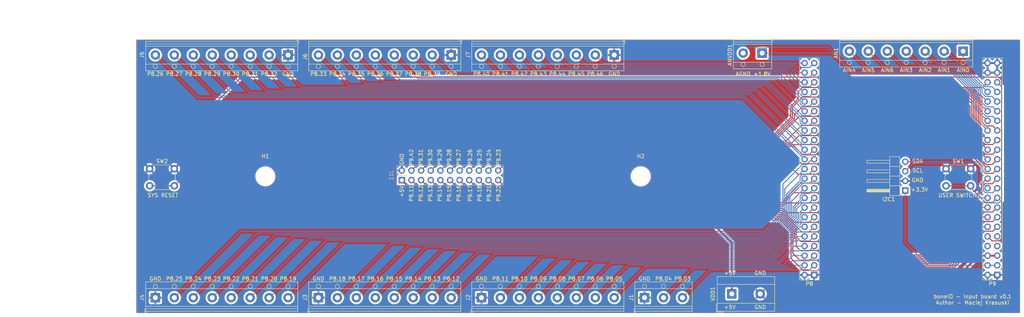
<source format=kicad_pcb>
(kicad_pcb (version 20171130) (host pcbnew "(5.1.6)-1")
  (layers (0 F.Cu signal) (31 B.Cu signal) (34 B.Paste user hide) (35 F.Paste user hide) (36 B.SilkS user) (37 F.SilkS user) (38 B.Mask user) (39 F.Mask user) (44 Edge.Cuts user))
  (net 0 "")
  (net 1 "Net-(P9-Pad41)")
  (net 2 +3V3)
  (net 3 +5V)
  (net 4 GND)
  (net 5 "Net-(J1-Pad2)")
  (net 6 "Net-(J1-Pad3)")
  (net 7 "Net-(J2-Pad8)")
  (net 8 "Net-(J2-Pad7)")
  (net 9 "Net-(J2-Pad6)")
  (net 10 "Net-(J2-Pad5)")
  (net 11 "Net-(J2-Pad4)")
  (net 12 "Net-(J2-Pad3)")
  (net 13 "Net-(J2-Pad2)")
  (net 14 "Net-(J3-Pad2)")
  (net 15 "Net-(J3-Pad3)")
  (net 16 "Net-(J3-Pad4)")
  (net 17 "Net-(J3-Pad5)")
  (net 18 "Net-(J3-Pad6)")
  (net 19 "Net-(J3-Pad7)")
  (net 20 "Net-(J3-Pad8)")
  (net 21 "Net-(J4-Pad8)")
  (net 22 "Net-(J4-Pad7)")
  (net 23 "Net-(J4-Pad6)")
  (net 24 "Net-(J4-Pad5)")
  (net 25 "Net-(J4-Pad4)")
  (net 26 "Net-(J4-Pad3)")
  (net 27 "Net-(J4-Pad2)")
  (net 28 "Net-(J5-Pad2)")
  (net 29 "Net-(J5-Pad3)")
  (net 30 "Net-(J5-Pad4)")
  (net 31 "Net-(J5-Pad5)")
  (net 32 "Net-(J5-Pad6)")
  (net 33 "Net-(J5-Pad7)")
  (net 34 "Net-(J5-Pad8)")
  (net 35 "Net-(J6-Pad8)")
  (net 36 "Net-(J6-Pad7)")
  (net 37 "Net-(J6-Pad6)")
  (net 38 "Net-(J6-Pad5)")
  (net 39 "Net-(J6-Pad4)")
  (net 40 "Net-(J6-Pad3)")
  (net 41 "Net-(J6-Pad2)")
  (net 42 "Net-(J7-Pad2)")
  (net 43 "Net-(J7-Pad3)")
  (net 44 "Net-(J11-Pad3)")
  (net 45 "Net-(J11-Pad4)")
  (net 46 "Net-(J11-Pad5)")
  (net 47 "Net-(J11-Pad6)")
  (net 48 "Net-(J11-Pad7)")
  (net 49 "Net-(J11-Pad8)")
  (net 50 "Net-(J11-Pad9)")
  (net 51 "Net-(J11-Pad10)")
  (net 52 "Net-(J11-Pad11)")
  (net 53 "Net-(J11-Pad12)")
  (net 54 "Net-(J11-Pad13)")
  (net 55 "Net-(J11-Pad14)")
  (net 56 "Net-(J11-Pad15)")
  (net 57 "Net-(J11-Pad16)")
  (net 58 "Net-(J11-Pad17)")
  (net 59 "Net-(J11-Pad18)")
  (net 60 "Net-(J11-Pad19)")
  (net 61 "Net-(J11-Pad20)")
  (net 62 "Net-(J11-Pad21)")
  (net 63 "Net-(J11-Pad22)")
  (net 64 "Net-(P9-Pad7)")
  (net 65 "Net-(P9-Pad8)")
  (net 66 "Net-(P9-Pad9)")
  (net 67 "Net-(P9-Pad10)")
  (net 68 "Net-(AN1-Pad1)")
  (net 69 "Net-(AN1-Pad2)")
  (net 70 "Net-(AN1-Pad3)")
  (net 71 "Net-(AN1-Pad4)")
  (net 72 "Net-(AN1-Pad5)")
  (net 73 "Net-(AN1-Pad6)")
  (net 74 "Net-(AN1-Pad7)")
  (net 75 "Net-(ANVDD1-Pad1)")
  (net 76 "Net-(ANVDD1-Pad2)")
  (net 77 "Net-(I2C1-Pad3)")
  (net 78 "Net-(I2C1-Pad4)")
  (net 79 "Net-(J7-Pad4)")
  (net 80 "Net-(J7-Pad5)")
  (net 81 "Net-(J7-Pad6)")
  (net 82 "Net-(J7-Pad7)")
  (net 83 "Net-(J7-Pad8)")
  (module Connector_PinHeader_2.54mm:PinHeader_2x23_P2.54mm_Vertical (layer F.Cu) (at 206.1101 85.3824 180)
    (fp_text reference P8 (at 1.27 -2.33) (layer F.SilkS))
    (fp_text value BeagleBone_Black_Header)
    (pad 46 thru_hole oval (at 2.54 55.88 180) (size 1.7 1.7) (drill 1) (layers *.Cu *.Mask) (net 42 "Net-(J7-Pad2)"))
    (pad 45 thru_hole oval (at 0 55.88 180) (size 1.7 1.7) (drill 1) (layers *.Cu *.Mask) (net 43 "Net-(J7-Pad3)"))
    (pad 44 thru_hole oval (at 2.54 53.34 180) (size 1.7 1.7) (drill 1) (layers *.Cu *.Mask) (net 79 "Net-(J7-Pad4)"))
    (pad 43 thru_hole oval (at 0 53.34 180) (size 1.7 1.7) (drill 1) (layers *.Cu *.Mask) (net 80 "Net-(J7-Pad5)"))
    (pad 42 thru_hole oval (at 2.54 50.8 180) (size 1.7 1.7) (drill 1) (layers *.Cu *.Mask) (net 81 "Net-(J7-Pad6)"))
    (pad 41 thru_hole oval (at 0 50.8 180) (size 1.7 1.7) (drill 1) (layers *.Cu *.Mask) (net 82 "Net-(J7-Pad7)"))
    (pad 40 thru_hole oval (at 2.54 48.26 180) (size 1.7 1.7) (drill 1) (layers *.Cu *.Mask) (net 83 "Net-(J7-Pad8)"))
    (pad 39 thru_hole oval (at 0 48.26 180) (size 1.7 1.7) (drill 1) (layers *.Cu *.Mask) (net 41 "Net-(J6-Pad2)"))
    (pad 38 thru_hole oval (at 2.54 45.72 180) (size 1.7 1.7) (drill 1) (layers *.Cu *.Mask) (net 40 "Net-(J6-Pad3)"))
    (pad 37 thru_hole oval (at 0 45.72 180) (size 1.7 1.7) (drill 1) (layers *.Cu *.Mask) (net 39 "Net-(J6-Pad4)"))
    (pad 36 thru_hole oval (at 2.54 43.18 180) (size 1.7 1.7) (drill 1) (layers *.Cu *.Mask) (net 38 "Net-(J6-Pad5)"))
    (pad 35 thru_hole oval (at 0 43.18 180) (size 1.7 1.7) (drill 1) (layers *.Cu *.Mask) (net 37 "Net-(J6-Pad6)"))
    (pad 34 thru_hole oval (at 2.54 40.64 180) (size 1.7 1.7) (drill 1) (layers *.Cu *.Mask) (net 36 "Net-(J6-Pad7)"))
    (pad 33 thru_hole oval (at 0 40.64 180) (size 1.7 1.7) (drill 1) (layers *.Cu *.Mask) (net 35 "Net-(J6-Pad8)"))
    (pad 32 thru_hole oval (at 2.54 38.1 180) (size 1.7 1.7) (drill 1) (layers *.Cu *.Mask) (net 28 "Net-(J5-Pad2)"))
    (pad 31 thru_hole oval (at 0 38.1 180) (size 1.7 1.7) (drill 1) (layers *.Cu *.Mask) (net 29 "Net-(J5-Pad3)"))
    (pad 30 thru_hole oval (at 2.54 35.56 180) (size 1.7 1.7) (drill 1) (layers *.Cu *.Mask) (net 30 "Net-(J5-Pad4)"))
    (pad 29 thru_hole oval (at 0 35.56 180) (size 1.7 1.7) (drill 1) (layers *.Cu *.Mask) (net 31 "Net-(J5-Pad5)"))
    (pad 28 thru_hole oval (at 2.54 33.02 180) (size 1.7 1.7) (drill 1) (layers *.Cu *.Mask) (net 32 "Net-(J5-Pad6)"))
    (pad 27 thru_hole oval (at 0 33.02 180) (size 1.7 1.7) (drill 1) (layers *.Cu *.Mask) (net 33 "Net-(J5-Pad7)"))
    (pad 26 thru_hole oval (at 2.54 30.48 180) (size 1.7 1.7) (drill 1) (layers *.Cu *.Mask) (net 34 "Net-(J5-Pad8)"))
    (pad 25 thru_hole oval (at 0 30.48 180) (size 1.7 1.7) (drill 1) (layers *.Cu *.Mask) (net 27 "Net-(J4-Pad2)"))
    (pad 24 thru_hole oval (at 2.54 27.94 180) (size 1.7 1.7) (drill 1) (layers *.Cu *.Mask) (net 26 "Net-(J4-Pad3)"))
    (pad 23 thru_hole oval (at 0 27.94 180) (size 1.7 1.7) (drill 1) (layers *.Cu *.Mask) (net 25 "Net-(J4-Pad4)"))
    (pad 22 thru_hole oval (at 2.54 25.4 180) (size 1.7 1.7) (drill 1) (layers *.Cu *.Mask) (net 24 "Net-(J4-Pad5)"))
    (pad 21 thru_hole oval (at 0 25.4 180) (size 1.7 1.7) (drill 1) (layers *.Cu *.Mask) (net 23 "Net-(J4-Pad6)"))
    (pad 20 thru_hole oval (at 2.54 22.86 180) (size 1.7 1.7) (drill 1) (layers *.Cu *.Mask) (net 22 "Net-(J4-Pad7)"))
    (pad 19 thru_hole oval (at 0 22.86 180) (size 1.7 1.7) (drill 1) (layers *.Cu *.Mask) (net 21 "Net-(J4-Pad8)"))
    (pad 18 thru_hole oval (at 2.54 20.32 180) (size 1.7 1.7) (drill 1) (layers *.Cu *.Mask) (net 14 "Net-(J3-Pad2)"))
    (pad 17 thru_hole oval (at 0 20.32 180) (size 1.7 1.7) (drill 1) (layers *.Cu *.Mask) (net 15 "Net-(J3-Pad3)"))
    (pad 16 thru_hole oval (at 2.54 17.78 180) (size 1.7 1.7) (drill 1) (layers *.Cu *.Mask) (net 16 "Net-(J3-Pad4)"))
    (pad 15 thru_hole oval (at 0 17.78 180) (size 1.7 1.7) (drill 1) (layers *.Cu *.Mask) (net 17 "Net-(J3-Pad5)"))
    (pad 14 thru_hole oval (at 2.54 15.24 180) (size 1.7 1.7) (drill 1) (layers *.Cu *.Mask) (net 18 "Net-(J3-Pad6)"))
    (pad 13 thru_hole oval (at 0 15.24 180) (size 1.7 1.7) (drill 1) (layers *.Cu *.Mask) (net 19 "Net-(J3-Pad7)"))
    (pad 12 thru_hole oval (at 2.54 12.7 180) (size 1.7 1.7) (drill 1) (layers *.Cu *.Mask) (net 20 "Net-(J3-Pad8)"))
    (pad 11 thru_hole oval (at 0 12.7 180) (size 1.7 1.7) (drill 1) (layers *.Cu *.Mask) (net 13 "Net-(J2-Pad2)"))
    (pad 10 thru_hole oval (at 2.54 10.16 180) (size 1.7 1.7) (drill 1) (layers *.Cu *.Mask) (net 12 "Net-(J2-Pad3)"))
    (pad 9 thru_hole oval (at 0 10.16 180) (size 1.7 1.7) (drill 1) (layers *.Cu *.Mask) (net 11 "Net-(J2-Pad4)"))
    (pad 8 thru_hole oval (at 2.54 7.62 180) (size 1.7 1.7) (drill 1) (layers *.Cu *.Mask) (net 10 "Net-(J2-Pad5)"))
    (pad 7 thru_hole oval (at 0 7.62 180) (size 1.7 1.7) (drill 1) (layers *.Cu *.Mask) (net 9 "Net-(J2-Pad6)"))
    (pad 6 thru_hole oval (at 2.54 5.08 180) (size 1.7 1.7) (drill 1) (layers *.Cu *.Mask) (net 8 "Net-(J2-Pad7)"))
    (pad 5 thru_hole oval (at 0 5.08 180) (size 1.7 1.7) (drill 1) (layers *.Cu *.Mask) (net 7 "Net-(J2-Pad8)"))
    (pad 4 thru_hole oval (at 2.54 2.54 180) (size 1.7 1.7) (drill 1) (layers *.Cu *.Mask) (net 5 "Net-(J1-Pad2)"))
    (pad 3 thru_hole oval (at 0 2.54 180) (size 1.7 1.7) (drill 1) (layers *.Cu *.Mask) (net 6 "Net-(J1-Pad3)"))
    (pad 2 thru_hole oval (at 2.54 0 180) (size 1.7 1.7) (drill 1) (layers *.Cu *.Mask) (net 4 GND))
    (pad 1 thru_hole rect (at 0 0 180) (size 1.7 1.7) (drill 1) (layers *.Cu *.Mask) (net 4 GND))
  )
  (module TerminalBlock_RND:TerminalBlock_RND_205-00013_1x03_P5.00mm_Horizontal (layer F.Cu) (at 161.3701 91.3824)
    (fp_text reference J1 (at -3.5 0 90) (layer F.SilkS))
    (fp_text value Screw_Terminal_01x03)
    (pad 1 thru_hole rect (at 0 0) (size 2.5 2.5) (drill 1.3) (layers *.Cu *.Mask) (net 4 GND))
    (pad 2 thru_hole circle (at 5 0) (size 2.5 2.5) (drill 1.3) (layers *.Cu *.Mask) (net 5 "Net-(J1-Pad2)"))
    (pad 3 thru_hole circle (at 10 0) (size 2.5 2.5) (drill 1.3) (layers *.Cu *.Mask) (net 6 "Net-(J1-Pad3)"))
  )
  (module TerminalBlock_MetzConnect:TerminalBlock_MetzConnect_Type171_RT13702HBWC_1x02_P7.50mm_Horizontal (layer F.Cu) (at 184.3701 90.3824)
    (fp_text reference VDD1 (at -5 0 90) (layer F.SilkS))
    (fp_text value Screw_Terminal_01x02)
    (pad 1 thru_hole rect (at 0 0) (size 2.5 2.5) (drill 1.3) (layers *.Cu *.Mask) (net 3 +5V))
    (pad 2 thru_hole circle (at 7.5 0) (size 2.5 2.5) (drill 1.3) (layers *.Cu *.Mask) (net 4 GND))
  )
  (module Connector_PinSocket_2.54mm:PinSocket_2x11_P2.54mm_Vertical (layer B.Cu) (at 97.3701 60.3824 270)
    (fp_text reference J11 (at -1.27 2.77 270) (layer B.SilkS) (effects (justify mirror)))
    (fp_text value Conn_02x11_Odd_Even)
    (pad 1 thru_hole rect (at 0 0 270) (size 1.7 1.7) (drill 1) (layers *.Cu *.Mask) (net 3 +5V))
    (pad 2 thru_hole oval (at -2.54 0 270) (size 1.7 1.7) (drill 1) (layers *.Cu *.Mask) (net 4 GND))
    (pad 3 thru_hole oval (at 0 -2.54 270) (size 1.7 1.7) (drill 1) (layers *.Cu *.Mask) (net 44 "Net-(J11-Pad3)"))
    (pad 4 thru_hole oval (at -2.54 -2.54 270) (size 1.7 1.7) (drill 1) (layers *.Cu *.Mask) (net 45 "Net-(J11-Pad4)"))
    (pad 5 thru_hole oval (at 0 -5.08 270) (size 1.7 1.7) (drill 1) (layers *.Cu *.Mask) (net 46 "Net-(J11-Pad5)"))
    (pad 6 thru_hole oval (at -2.54 -5.08 270) (size 1.7 1.7) (drill 1) (layers *.Cu *.Mask) (net 47 "Net-(J11-Pad6)"))
    (pad 7 thru_hole oval (at 0 -7.62 270) (size 1.7 1.7) (drill 1) (layers *.Cu *.Mask) (net 48 "Net-(J11-Pad7)"))
    (pad 8 thru_hole oval (at -2.54 -7.62 270) (size 1.7 1.7) (drill 1) (layers *.Cu *.Mask) (net 49 "Net-(J11-Pad8)"))
    (pad 9 thru_hole oval (at 0 -10.16 270) (size 1.7 1.7) (drill 1) (layers *.Cu *.Mask) (net 50 "Net-(J11-Pad9)"))
    (pad 10 thru_hole oval (at -2.54 -10.16 270) (size 1.7 1.7) (drill 1) (layers *.Cu *.Mask) (net 51 "Net-(J11-Pad10)"))
    (pad 11 thru_hole oval (at 0 -12.7 270) (size 1.7 1.7) (drill 1) (layers *.Cu *.Mask) (net 52 "Net-(J11-Pad11)"))
    (pad 12 thru_hole oval (at -2.54 -12.7 270) (size 1.7 1.7) (drill 1) (layers *.Cu *.Mask) (net 53 "Net-(J11-Pad12)"))
    (pad 13 thru_hole oval (at 0 -15.24 270) (size 1.7 1.7) (drill 1) (layers *.Cu *.Mask) (net 54 "Net-(J11-Pad13)"))
    (pad 14 thru_hole oval (at -2.54 -15.24 270) (size 1.7 1.7) (drill 1) (layers *.Cu *.Mask) (net 55 "Net-(J11-Pad14)"))
    (pad 15 thru_hole oval (at 0 -17.78 270) (size 1.7 1.7) (drill 1) (layers *.Cu *.Mask) (net 56 "Net-(J11-Pad15)"))
    (pad 16 thru_hole oval (at -2.54 -17.78 270) (size 1.7 1.7) (drill 1) (layers *.Cu *.Mask) (net 57 "Net-(J11-Pad16)"))
    (pad 17 thru_hole oval (at 0 -20.32 270) (size 1.7 1.7) (drill 1) (layers *.Cu *.Mask) (net 58 "Net-(J11-Pad17)"))
    (pad 18 thru_hole oval (at -2.54 -20.32 270) (size 1.7 1.7) (drill 1) (layers *.Cu *.Mask) (net 59 "Net-(J11-Pad18)"))
    (pad 19 thru_hole oval (at 0 -22.86 270) (size 1.7 1.7) (drill 1) (layers *.Cu *.Mask) (net 60 "Net-(J11-Pad19)"))
    (pad 20 thru_hole oval (at -2.54 -22.86 270) (size 1.7 1.7) (drill 1) (layers *.Cu *.Mask) (net 61 "Net-(J11-Pad20)"))
    (pad 21 thru_hole oval (at 0 -25.4 270) (size 1.7 1.7) (drill 1) (layers *.Cu *.Mask) (net 62 "Net-(J11-Pad21)"))
    (pad 22 thru_hole oval (at -2.54 -25.4 270) (size 1.7 1.7) (drill 1) (layers *.Cu *.Mask) (net 63 "Net-(J11-Pad22)"))
  )
  (module Connector_PinHeader_2.54mm:PinHeader_1x04_P2.54mm_Horizontal (layer F.Cu) (at 230.1201 63.1324 180)
    (fp_text reference I2C1 (at 4.385 -2.27) (layer F.SilkS))
    (fp_text value Conn_01x04)
    (pad 1 thru_hole rect (at 0 0 180) (size 1.7 1.7) (drill 1) (layers *.Cu *.Mask) (net 2 +3V3))
    (pad 2 thru_hole oval (at 0 2.54 180) (size 1.7 1.7) (drill 1) (layers *.Cu *.Mask) (net 4 GND))
    (pad 3 thru_hole oval (at 0 5.08 180) (size 1.7 1.7) (drill 1) (layers *.Cu *.Mask) (net 77 "Net-(I2C1-Pad3)"))
    (pad 4 thru_hole oval (at 0 7.62 180) (size 1.7 1.7) (drill 1) (layers *.Cu *.Mask) (net 78 "Net-(I2C1-Pad4)"))
  )
  (module TerminalBlock_RND:TerminalBlock_RND_205-00018_1x08_P5.00mm_Horizontal (layer F.Cu) (at 153.3701 27.3824 180)
    (fp_text reference J7 (at 38.5 0 90) (layer F.SilkS))
    (fp_text value Screw_Terminal_01x08)
    (pad 1 thru_hole rect (at 0 0 180) (size 2.5 2.5) (drill 1.3) (layers *.Cu *.Mask) (net 4 GND))
    (pad 2 thru_hole circle (at 5 0 180) (size 2.5 2.5) (drill 1.3) (layers *.Cu *.Mask) (net 42 "Net-(J7-Pad2)"))
    (pad 3 thru_hole circle (at 10 0 180) (size 2.5 2.5) (drill 1.3) (layers *.Cu *.Mask) (net 43 "Net-(J7-Pad3)"))
    (pad 4 thru_hole circle (at 15 0 180) (size 2.5 2.5) (drill 1.3) (layers *.Cu *.Mask) (net 79 "Net-(J7-Pad4)"))
    (pad 5 thru_hole circle (at 20 0 180) (size 2.5 2.5) (drill 1.3) (layers *.Cu *.Mask) (net 80 "Net-(J7-Pad5)"))
    (pad 6 thru_hole circle (at 25 0 180) (size 2.5 2.5) (drill 1.3) (layers *.Cu *.Mask) (net 81 "Net-(J7-Pad6)"))
    (pad 7 thru_hole circle (at 30 0 180) (size 2.5 2.5) (drill 1.3) (layers *.Cu *.Mask) (net 82 "Net-(J7-Pad7)"))
    (pad 8 thru_hole circle (at 35 0 180) (size 2.5 2.5) (drill 1.3) (layers *.Cu *.Mask) (net 83 "Net-(J7-Pad8)"))
  )
  (module TerminalBlock_RND:TerminalBlock_RND_205-00018_1x08_P5.00mm_Horizontal (layer F.Cu) (at 110.3701 27.3824 180)
    (fp_text reference J6 (at 38.5 -0.5 90) (layer F.SilkS))
    (fp_text value Screw_Terminal_01x08)
    (pad 8 thru_hole circle (at 35 0 180) (size 2.5 2.5) (drill 1.3) (layers *.Cu *.Mask) (net 35 "Net-(J6-Pad8)"))
    (pad 7 thru_hole circle (at 30 0 180) (size 2.5 2.5) (drill 1.3) (layers *.Cu *.Mask) (net 36 "Net-(J6-Pad7)"))
    (pad 6 thru_hole circle (at 25 0 180) (size 2.5 2.5) (drill 1.3) (layers *.Cu *.Mask) (net 37 "Net-(J6-Pad6)"))
    (pad 5 thru_hole circle (at 20 0 180) (size 2.5 2.5) (drill 1.3) (layers *.Cu *.Mask) (net 38 "Net-(J6-Pad5)"))
    (pad 4 thru_hole circle (at 15 0 180) (size 2.5 2.5) (drill 1.3) (layers *.Cu *.Mask) (net 39 "Net-(J6-Pad4)"))
    (pad 3 thru_hole circle (at 10 0 180) (size 2.5 2.5) (drill 1.3) (layers *.Cu *.Mask) (net 40 "Net-(J6-Pad3)"))
    (pad 2 thru_hole circle (at 5 0 180) (size 2.5 2.5) (drill 1.3) (layers *.Cu *.Mask) (net 41 "Net-(J6-Pad2)"))
    (pad 1 thru_hole rect (at 0 0 180) (size 2.5 2.5) (drill 1.3) (layers *.Cu *.Mask) (net 4 GND))
  )
  (module TerminalBlock_RND:TerminalBlock_RND_205-00018_1x08_P5.00mm_Horizontal (layer F.Cu) (at 67.3701 27.3824 180)
    (fp_text reference J5 (at 38.5 0 270) (layer F.SilkS))
    (fp_text value Screw_Terminal_01x08)
    (pad 1 thru_hole rect (at 0 0 180) (size 2.5 2.5) (drill 1.3) (layers *.Cu *.Mask) (net 4 GND))
    (pad 2 thru_hole circle (at 5 0 180) (size 2.5 2.5) (drill 1.3) (layers *.Cu *.Mask) (net 28 "Net-(J5-Pad2)"))
    (pad 3 thru_hole circle (at 10 0 180) (size 2.5 2.5) (drill 1.3) (layers *.Cu *.Mask) (net 29 "Net-(J5-Pad3)"))
    (pad 4 thru_hole circle (at 15 0 180) (size 2.5 2.5) (drill 1.3) (layers *.Cu *.Mask) (net 30 "Net-(J5-Pad4)"))
    (pad 5 thru_hole circle (at 20 0 180) (size 2.5 2.5) (drill 1.3) (layers *.Cu *.Mask) (net 31 "Net-(J5-Pad5)"))
    (pad 6 thru_hole circle (at 25 0 180) (size 2.5 2.5) (drill 1.3) (layers *.Cu *.Mask) (net 32 "Net-(J5-Pad6)"))
    (pad 7 thru_hole circle (at 30 0 180) (size 2.5 2.5) (drill 1.3) (layers *.Cu *.Mask) (net 33 "Net-(J5-Pad7)"))
    (pad 8 thru_hole circle (at 35 0 180) (size 2.5 2.5) (drill 1.3) (layers *.Cu *.Mask) (net 34 "Net-(J5-Pad8)"))
  )
  (module TerminalBlock_RND:TerminalBlock_RND_205-00018_1x08_P5.00mm_Horizontal (layer F.Cu) (at 118.3701 91.3824)
    (fp_text reference J2 (at -3.5 0 90) (layer F.SilkS))
    (fp_text value Screw_Terminal_01x08)
    (pad 8 thru_hole circle (at 35 0) (size 2.5 2.5) (drill 1.3) (layers *.Cu *.Mask) (net 7 "Net-(J2-Pad8)"))
    (pad 7 thru_hole circle (at 30 0) (size 2.5 2.5) (drill 1.3) (layers *.Cu *.Mask) (net 8 "Net-(J2-Pad7)"))
    (pad 6 thru_hole circle (at 25 0) (size 2.5 2.5) (drill 1.3) (layers *.Cu *.Mask) (net 9 "Net-(J2-Pad6)"))
    (pad 5 thru_hole circle (at 20 0) (size 2.5 2.5) (drill 1.3) (layers *.Cu *.Mask) (net 10 "Net-(J2-Pad5)"))
    (pad 4 thru_hole circle (at 15 0) (size 2.5 2.5) (drill 1.3) (layers *.Cu *.Mask) (net 11 "Net-(J2-Pad4)"))
    (pad 3 thru_hole circle (at 10 0) (size 2.5 2.5) (drill 1.3) (layers *.Cu *.Mask) (net 12 "Net-(J2-Pad3)"))
    (pad 2 thru_hole circle (at 5 0) (size 2.5 2.5) (drill 1.3) (layers *.Cu *.Mask) (net 13 "Net-(J2-Pad2)"))
    (pad 1 thru_hole rect (at 0 0) (size 2.5 2.5) (drill 1.3) (layers *.Cu *.Mask) (net 4 GND))
  )
  (module TerminalBlock_RND:TerminalBlock_RND_205-00018_1x08_P5.00mm_Horizontal (layer F.Cu) (at 75.3701 91.3824)
    (fp_text reference J3 (at -3.5 0 90) (layer F.SilkS))
    (fp_text value Screw_Terminal_01x08)
    (pad 1 thru_hole rect (at 0 0) (size 2.5 2.5) (drill 1.3) (layers *.Cu *.Mask) (net 4 GND))
    (pad 2 thru_hole circle (at 5 0) (size 2.5 2.5) (drill 1.3) (layers *.Cu *.Mask) (net 14 "Net-(J3-Pad2)"))
    (pad 3 thru_hole circle (at 10 0) (size 2.5 2.5) (drill 1.3) (layers *.Cu *.Mask) (net 15 "Net-(J3-Pad3)"))
    (pad 4 thru_hole circle (at 15 0) (size 2.5 2.5) (drill 1.3) (layers *.Cu *.Mask) (net 16 "Net-(J3-Pad4)"))
    (pad 5 thru_hole circle (at 20 0) (size 2.5 2.5) (drill 1.3) (layers *.Cu *.Mask) (net 17 "Net-(J3-Pad5)"))
    (pad 6 thru_hole circle (at 25 0) (size 2.5 2.5) (drill 1.3) (layers *.Cu *.Mask) (net 18 "Net-(J3-Pad6)"))
    (pad 7 thru_hole circle (at 30 0) (size 2.5 2.5) (drill 1.3) (layers *.Cu *.Mask) (net 19 "Net-(J3-Pad7)"))
    (pad 8 thru_hole circle (at 35 0) (size 2.5 2.5) (drill 1.3) (layers *.Cu *.Mask) (net 20 "Net-(J3-Pad8)"))
  )
  (module TerminalBlock_RND:TerminalBlock_RND_205-00018_1x08_P5.00mm_Horizontal (layer F.Cu) (at 32.3701 91.3824)
    (fp_text reference J4 (at -3.5 0 90) (layer F.SilkS))
    (fp_text value Screw_Terminal_01x08)
    (pad 8 thru_hole circle (at 35 0) (size 2.5 2.5) (drill 1.3) (layers *.Cu *.Mask) (net 21 "Net-(J4-Pad8)"))
    (pad 7 thru_hole circle (at 30 0) (size 2.5 2.5) (drill 1.3) (layers *.Cu *.Mask) (net 22 "Net-(J4-Pad7)"))
    (pad 6 thru_hole circle (at 25 0) (size 2.5 2.5) (drill 1.3) (layers *.Cu *.Mask) (net 23 "Net-(J4-Pad6)"))
    (pad 5 thru_hole circle (at 20 0) (size 2.5 2.5) (drill 1.3) (layers *.Cu *.Mask) (net 24 "Net-(J4-Pad5)"))
    (pad 4 thru_hole circle (at 15 0) (size 2.5 2.5) (drill 1.3) (layers *.Cu *.Mask) (net 25 "Net-(J4-Pad4)"))
    (pad 3 thru_hole circle (at 10 0) (size 2.5 2.5) (drill 1.3) (layers *.Cu *.Mask) (net 26 "Net-(J4-Pad3)"))
    (pad 2 thru_hole circle (at 5 0) (size 2.5 2.5) (drill 1.3) (layers *.Cu *.Mask) (net 27 "Net-(J4-Pad2)"))
    (pad 1 thru_hole rect (at 0 0) (size 2.5 2.5) (drill 1.3) (layers *.Cu *.Mask) (net 4 GND))
  )
  (module TerminalBlock_RND:TerminalBlock_RND_205-00017_1x07_P5.00mm_Horizontal (layer F.Cu) (at 245.3701 26.3824 180)
    (fp_text reference AN1 (at 33.5 -0.5 90) (layer F.SilkS))
    (fp_text value Screw_Terminal_01x07)
    (pad 1 thru_hole rect (at 0 0 180) (size 2.5 2.5) (drill 1.3) (layers *.Cu *.Mask) (net 68 "Net-(AN1-Pad1)"))
    (pad 2 thru_hole circle (at 5 0 180) (size 2.5 2.5) (drill 1.3) (layers *.Cu *.Mask) (net 69 "Net-(AN1-Pad2)"))
    (pad 3 thru_hole circle (at 10 0 180) (size 2.5 2.5) (drill 1.3) (layers *.Cu *.Mask) (net 70 "Net-(AN1-Pad3)"))
    (pad 4 thru_hole circle (at 15 0 180) (size 2.5 2.5) (drill 1.3) (layers *.Cu *.Mask) (net 71 "Net-(AN1-Pad4)"))
    (pad 5 thru_hole circle (at 20 0 180) (size 2.5 2.5) (drill 1.3) (layers *.Cu *.Mask) (net 72 "Net-(AN1-Pad5)"))
    (pad 6 thru_hole circle (at 25 0 180) (size 2.5 2.5) (drill 1.3) (layers *.Cu *.Mask) (net 73 "Net-(AN1-Pad6)"))
    (pad 7 thru_hole circle (at 30 0 180) (size 2.5 2.5) (drill 1.3) (layers *.Cu *.Mask) (net 74 "Net-(AN1-Pad7)"))
  )
  (module TerminalBlock_RND:TerminalBlock_RND_205-00012_1x02_P5.00mm_Horizontal (layer F.Cu) (at 192.3701 26.8824 180)
    (fp_text reference ANVDD1 (at 8.5 -0.5 90) (layer F.SilkS))
    (fp_text value Screw_Terminal_01x02)
    (pad 1 thru_hole rect (at 0 0 180) (size 2.5 2.5) (drill 1.3) (layers *.Cu *.Mask) (net 75 "Net-(ANVDD1-Pad1)"))
    (pad 2 thru_hole circle (at 5 0 180) (size 2.5 2.5) (drill 1.3) (layers *.Cu *.Mask) (net 76 "Net-(ANVDD1-Pad2)"))
  )
  (module Connector_PinHeader_2.54mm:PinHeader_2x23_P2.54mm_Vertical (layer F.Cu) (at 254.3701 85.3824 180)
    (fp_text reference P9 (at 1.27 -2.33) (layer F.SilkS))
    (fp_text value BeagleBone_Black_Header)
    (pad 1 thru_hole rect (at 0 0 180) (size 1.7 1.7) (drill 1) (layers *.Cu *.Mask) (net 4 GND))
    (pad 2 thru_hole oval (at 2.54 0 180) (size 1.7 1.7) (drill 1) (layers *.Cu *.Mask) (net 4 GND))
    (pad 3 thru_hole oval (at 0 2.54 180) (size 1.7 1.7) (drill 1) (layers *.Cu *.Mask) (net 2 +3V3))
    (pad 4 thru_hole oval (at 2.54 2.54 180) (size 1.7 1.7) (drill 1) (layers *.Cu *.Mask) (net 2 +3V3))
    (pad 5 thru_hole oval (at 0 5.08 180) (size 1.7 1.7) (drill 1) (layers *.Cu *.Mask) (net 3 +5V))
    (pad 6 thru_hole oval (at 2.54 5.08 180) (size 1.7 1.7) (drill 1) (layers *.Cu *.Mask) (net 3 +5V))
    (pad 7 thru_hole oval (at 0 7.62 180) (size 1.7 1.7) (drill 1) (layers *.Cu *.Mask) (net 64 "Net-(P9-Pad7)"))
    (pad 8 thru_hole oval (at 2.54 7.62 180) (size 1.7 1.7) (drill 1) (layers *.Cu *.Mask) (net 65 "Net-(P9-Pad8)"))
    (pad 9 thru_hole oval (at 0 10.16 180) (size 1.7 1.7) (drill 1) (layers *.Cu *.Mask) (net 66 "Net-(P9-Pad9)"))
    (pad 10 thru_hole oval (at 2.54 10.16 180) (size 1.7 1.7) (drill 1) (layers *.Cu *.Mask) (net 67 "Net-(P9-Pad10)"))
    (pad 11 thru_hole oval (at 0 12.7 180) (size 1.7 1.7) (drill 1) (layers *.Cu *.Mask) (net 44 "Net-(J11-Pad3)"))
    (pad 12 thru_hole oval (at 2.54 12.7 180) (size 1.7 1.7) (drill 1) (layers *.Cu *.Mask) (net 46 "Net-(J11-Pad5)"))
    (pad 13 thru_hole oval (at 0 15.24 180) (size 1.7 1.7) (drill 1) (layers *.Cu *.Mask) (net 48 "Net-(J11-Pad7)"))
    (pad 14 thru_hole oval (at 2.54 15.24 180) (size 1.7 1.7) (drill 1) (layers *.Cu *.Mask) (net 50 "Net-(J11-Pad9)"))
    (pad 15 thru_hole oval (at 0 17.78 180) (size 1.7 1.7) (drill 1) (layers *.Cu *.Mask) (net 52 "Net-(J11-Pad11)"))
    (pad 16 thru_hole oval (at 2.54 17.78 180) (size 1.7 1.7) (drill 1) (layers *.Cu *.Mask) (net 54 "Net-(J11-Pad13)"))
    (pad 17 thru_hole oval (at 0 20.32 180) (size 1.7 1.7) (drill 1) (layers *.Cu *.Mask) (net 56 "Net-(J11-Pad15)"))
    (pad 18 thru_hole oval (at 2.54 20.32 180) (size 1.7 1.7) (drill 1) (layers *.Cu *.Mask) (net 58 "Net-(J11-Pad17)"))
    (pad 19 thru_hole oval (at 0 22.86 180) (size 1.7 1.7) (drill 1) (layers *.Cu *.Mask) (net 77 "Net-(I2C1-Pad3)"))
    (pad 20 thru_hole oval (at 2.54 22.86 180) (size 1.7 1.7) (drill 1) (layers *.Cu *.Mask) (net 78 "Net-(I2C1-Pad4)"))
    (pad 21 thru_hole oval (at 0 25.4 180) (size 1.7 1.7) (drill 1) (layers *.Cu *.Mask) (net 60 "Net-(J11-Pad19)"))
    (pad 22 thru_hole oval (at 2.54 25.4 180) (size 1.7 1.7) (drill 1) (layers *.Cu *.Mask) (net 62 "Net-(J11-Pad21)"))
    (pad 23 thru_hole oval (at 0 27.94 180) (size 1.7 1.7) (drill 1) (layers *.Cu *.Mask) (net 63 "Net-(J11-Pad22)"))
    (pad 24 thru_hole oval (at 2.54 27.94 180) (size 1.7 1.7) (drill 1) (layers *.Cu *.Mask) (net 61 "Net-(J11-Pad20)"))
    (pad 25 thru_hole oval (at 0 30.48 180) (size 1.7 1.7) (drill 1) (layers *.Cu *.Mask) (net 59 "Net-(J11-Pad18)"))
    (pad 26 thru_hole oval (at 2.54 30.48 180) (size 1.7 1.7) (drill 1) (layers *.Cu *.Mask) (net 57 "Net-(J11-Pad16)"))
    (pad 27 thru_hole oval (at 0 33.02 180) (size 1.7 1.7) (drill 1) (layers *.Cu *.Mask) (net 55 "Net-(J11-Pad14)"))
    (pad 28 thru_hole oval (at 2.54 33.02 180) (size 1.7 1.7) (drill 1) (layers *.Cu *.Mask) (net 53 "Net-(J11-Pad12)"))
    (pad 29 thru_hole oval (at 0 35.56 180) (size 1.7 1.7) (drill 1) (layers *.Cu *.Mask) (net 51 "Net-(J11-Pad10)"))
    (pad 30 thru_hole oval (at 2.54 35.56 180) (size 1.7 1.7) (drill 1) (layers *.Cu *.Mask) (net 49 "Net-(J11-Pad8)"))
    (pad 31 thru_hole oval (at 0 38.1 180) (size 1.7 1.7) (drill 1) (layers *.Cu *.Mask) (net 47 "Net-(J11-Pad6)"))
    (pad 32 thru_hole oval (at 2.54 38.1 180) (size 1.7 1.7) (drill 1) (layers *.Cu *.Mask) (net 75 "Net-(ANVDD1-Pad1)"))
    (pad 33 thru_hole oval (at 0 40.64 180) (size 1.7 1.7) (drill 1) (layers *.Cu *.Mask) (net 74 "Net-(AN1-Pad7)"))
    (pad 34 thru_hole oval (at 2.54 40.64 180) (size 1.7 1.7) (drill 1) (layers *.Cu *.Mask) (net 76 "Net-(ANVDD1-Pad2)"))
    (pad 35 thru_hole oval (at 0 43.18 180) (size 1.7 1.7) (drill 1) (layers *.Cu *.Mask) (net 72 "Net-(AN1-Pad5)"))
    (pad 36 thru_hole oval (at 2.54 43.18 180) (size 1.7 1.7) (drill 1) (layers *.Cu *.Mask) (net 73 "Net-(AN1-Pad6)"))
    (pad 37 thru_hole oval (at 0 45.72 180) (size 1.7 1.7) (drill 1) (layers *.Cu *.Mask) (net 70 "Net-(AN1-Pad3)"))
    (pad 38 thru_hole oval (at 2.54 45.72 180) (size 1.7 1.7) (drill 1) (layers *.Cu *.Mask) (net 71 "Net-(AN1-Pad4)"))
    (pad 39 thru_hole oval (at 0 48.26 180) (size 1.7 1.7) (drill 1) (layers *.Cu *.Mask) (net 68 "Net-(AN1-Pad1)"))
    (pad 40 thru_hole oval (at 2.54 48.26 180) (size 1.7 1.7) (drill 1) (layers *.Cu *.Mask) (net 69 "Net-(AN1-Pad2)"))
    (pad 41 thru_hole oval (at 0 50.8 180) (size 1.7 1.7) (drill 1) (layers *.Cu *.Mask) (net 1 "Net-(P9-Pad41)"))
    (pad 42 thru_hole oval (at 2.54 50.8 180) (size 1.7 1.7) (drill 1) (layers *.Cu *.Mask) (net 45 "Net-(J11-Pad4)"))
    (pad 43 thru_hole oval (at 0 53.34 180) (size 1.7 1.7) (drill 1) (layers *.Cu *.Mask) (net 4 GND))
    (pad 44 thru_hole oval (at 2.54 53.34 180) (size 1.7 1.7) (drill 1) (layers *.Cu *.Mask) (net 4 GND))
    (pad 45 thru_hole oval (at 0 55.88 180) (size 1.7 1.7) (drill 1) (layers *.Cu *.Mask) (net 4 GND))
    (pad 46 thru_hole oval (at 2.54 55.88 180) (size 1.7 1.7) (drill 1) (layers *.Cu *.Mask) (net 4 GND))
  )
  (module Button_Switch_THT:SW_PUSH_6mm_H8mm (layer F.Cu) (at 240.8701 57.3824)
    (fp_text reference SW1 (at 3.25 -2) (layer F.SilkS))
    (fp_text value SW_Push)
    (pad 2 thru_hole circle (at 0 4.5 90) (size 2 2) (drill 1.1) (layers *.Cu *.Mask) (net 1 "Net-(P9-Pad41)"))
    (pad 1 thru_hole circle (at 0 0 90) (size 2 2) (drill 1.1) (layers *.Cu *.Mask) (net 4 GND))
    (pad 2 thru_hole circle (at 6.5 4.5 90) (size 2 2) (drill 1.1) (layers *.Cu *.Mask) (net 1 "Net-(P9-Pad41)"))
    (pad 1 thru_hole circle (at 6.5 0 90) (size 2 2) (drill 1.1) (layers *.Cu *.Mask) (net 4 GND))
  )
  (module Button_Switch_THT:SW_PUSH_6mm_H8mm (layer F.Cu) (at 30.8701 57.3824)
    (fp_text reference SW2 (at 3.25 -2) (layer F.SilkS))
    (fp_text value SW_Push)
    (pad 1 thru_hole circle (at 6.5 0 90) (size 2 2) (drill 1.1) (layers *.Cu *.Mask) (net 4 GND))
    (pad 2 thru_hole circle (at 6.5 4.5 90) (size 2 2) (drill 1.1) (layers *.Cu *.Mask) (net 67 "Net-(P9-Pad10)"))
    (pad 1 thru_hole circle (at 0 0 90) (size 2 2) (drill 1.1) (layers *.Cu *.Mask) (net 4 GND))
    (pad 2 thru_hole circle (at 0 4.5 90) (size 2 2) (drill 1.1) (layers *.Cu *.Mask) (net 67 "Net-(P9-Pad10)"))
  )
  (module MountingHole:MountingHole_4.3mm_M4 (layer F.Cu) (at 61.3701 59.3824)
    (fp_text reference H1 (at 0 -5.3) (layer F.SilkS))
    (fp_text value M4)
    (pad 1 np_thru_hole circle (at 0 0) (size 4.3 4.3) (drill 4.3) (layers *.Cu *.Mask))
  )
  (module MountingHole:MountingHole_4.3mm_M4 (layer F.Cu) (at 160.3701 59.3824)
    (fp_text reference H2 (at 0 -5.3) (layer F.SilkS))
    (fp_text value M4)
    (pad 1 np_thru_hole circle (at 0 0) (size 4.3 4.3) (drill 4.3) (layers *.Cu *.Mask))
  )
  (gr_text P9.22 (at 122.8701 63.8824 90) (layer F.SilkS) (effects (font (size 1 1))))
  (gr_text P9.21 (at 120.3701 63.8824 90) (layer F.SilkS) (effects (font (size 1 1))))
  (gr_text P9.18 (at 117.8701 63.8824 90) (layer F.SilkS) (effects (font (size 1 1))))
  (gr_text P9.17 (at 115.3701 63.8824 90) (layer F.SilkS) (effects (font (size 1 1))))
  (gr_text P9.16 (at 112.3701 63.8824 90) (layer F.SilkS) (effects (font (size 1 1))))
  (gr_text P9.15 (at 109.8701 63.8824 90) (layer F.SilkS) (effects (font (size 1 1))))
  (gr_text P9.14 (at 107.3701 63.8824 90) (layer F.SilkS) (effects (font (size 1 1))))
  (gr_text P9.13 (at 104.8701 63.8824 90) (layer F.SilkS) (effects (font (size 1 1))))
  (gr_text P9.12 (at 102.3701 63.8824 90) (layer F.SilkS) (effects (font (size 1 1))))
  (gr_text P9.11 (at 99.8701 63.8824 90) (layer F.SilkS) (effects (font (size 1 1))))
  (gr_text +5V (at 97.3701 63.3824 90) (layer F.SilkS) (effects (font (size 1 1))))
  (gr_text GND (at 97.3701 54.8824 90) (layer F.SilkS) (effects (font (size 1 1))))
  (gr_text P9.42 (at 99.8701 54.3824 90) (layer F.SilkS) (effects (font (size 1 1))))
  (gr_text P9.31 (at 102.3701 54.3824 90) (layer F.SilkS) (effects (font (size 1 1))))
  (gr_text P9.30 (at 104.8701 54.3824 90) (layer F.SilkS) (effects (font (size 1 1))))
  (gr_text P9.29 (at 107.3701 54.3824 90) (layer F.SilkS) (effects (font (size 1 1))))
  (gr_text P9.28 (at 109.8701 54.3824 90) (layer F.SilkS) (effects (font (size 1 1))))
  (gr_text P9.27 (at 112.3701 54.3824 90) (layer F.SilkS) (effects (font (size 1 1))))
  (gr_text P9.26 (at 115.3701 54.3824 90) (layer F.SilkS) (effects (font (size 1 1))))
  (gr_text P9.25 (at 117.8701 54.3824 90) (layer F.SilkS) (effects (font (size 1 1))))
  (gr_text P9.24 (at 120.3701 54.3824 90) (layer F.SilkS) (effects (font (size 1 1))))
  (gr_text P9.23 (at 122.8701 54.3824 90) (layer F.SilkS) (effects (font (size 1 1))))
  (gr_text "boneIO - input board v0.1\nAuthor - Maciej Krasuski" (at 247.8701 91.8824) (layer F.SilkS) (effects (font (size 1 1))))
  (gr_text SDA (at 233.3701 55.3824) (layer F.SilkS) (effects (font (size 1 1))))
  (gr_text SCL (at 233.3701 57.8824) (layer F.SilkS) (effects (font (size 1 1))))
  (gr_text +3.3V (at 233.8701 62.8824) (layer F.SilkS) (effects (font (size 1 1))))
  (gr_text GND (at 233.3701 60.3824) (layer F.SilkS) (effects (font (size 1 1))))
  (gr_text AIN0 (at 245.3701 31.3824) (layer F.SilkS) (effects (font (size 1 1))))
  (gr_text AIN1 (at 240.3701 31.3824) (layer F.SilkS) (effects (font (size 1 1))))
  (gr_text AIN2 (at 235.3701 31.3824) (layer F.SilkS) (effects (font (size 1 1))))
  (gr_text AIN3 (at 230.3701 31.3824) (layer F.SilkS) (effects (font (size 1 1))))
  (gr_text AIN6 (at 225.3701 31.3824) (layer F.SilkS) (effects (font (size 1 1))))
  (gr_text AIN5 (at 220.3701 31.3824) (layer F.SilkS) (effects (font (size 1 1))))
  (gr_text AIN4 (at 215.3701 31.3824) (layer F.SilkS) (effects (font (size 1 1))))
  (gr_text AGND (at 187.3701 32.3824) (layer F.SilkS) (effects (font (size 1 1))))
  (gr_text +1.8V (at 192.3701 32.3824) (layer F.SilkS) (effects (font (size 1 1))))
  (gr_text P8.46 (at 148.3701 32.3824) (layer F.SilkS) (effects (font (size 1 1))))
  (gr_text P8.45 (at 143.3701 32.3824) (layer F.SilkS) (effects (font (size 1 1))))
  (gr_text P8.44 (at 138.3701 32.3824) (layer F.SilkS) (effects (font (size 1 1))))
  (gr_text P8.43 (at 133.3701 32.3824) (layer F.SilkS) (effects (font (size 1 1))))
  (gr_text P8.42 (at 128.3701 32.3824) (layer F.SilkS) (effects (font (size 1 1))))
  (gr_text P8.41 (at 123.3701 32.3824) (layer F.SilkS) (effects (font (size 1 1))))
  (gr_text P8.40 (at 118.3701 32.3824) (layer F.SilkS) (effects (font (size 1 1))))
  (gr_text P8.39 (at 105.3701 32.3824) (layer F.SilkS) (effects (font (size 1 1))))
  (gr_text P8.38 (at 100.3701 32.3824) (layer F.SilkS) (effects (font (size 1 1))))
  (gr_text P8.37 (at 95.3701 32.3824) (layer F.SilkS) (effects (font (size 1 1))))
  (gr_text P8.36 (at 90.3701 32.3824) (layer F.SilkS) (effects (font (size 1 1))))
  (gr_text P8.35 (at 85.3701 32.3824) (layer F.SilkS) (effects (font (size 1 1))))
  (gr_text P8.34 (at 80.3701 32.3824) (layer F.SilkS) (effects (font (size 1 1))))
  (gr_text P8.33 (at 75.3701 32.3824) (layer F.SilkS) (effects (font (size 1 1))))
  (gr_text P8.32 (at 62.3701 32.3824) (layer F.SilkS) (effects (font (size 1 1))))
  (gr_text P8.31 (at 57.3701 32.3824) (layer F.SilkS) (effects (font (size 1 1))))
  (gr_text P8.30 (at 52.3701 32.3824) (layer F.SilkS) (effects (font (size 1 1))))
  (gr_text P8.29 (at 47.3701 32.3824) (layer F.SilkS) (effects (font (size 1 1))))
  (gr_text P8.28 (at 42.3701 32.3824) (layer F.SilkS) (effects (font (size 1 1))))
  (gr_text P8.27 (at 37.3701 32.3824) (layer F.SilkS) (effects (font (size 1 1))))
  (gr_text P8.26 (at 32.3701 32.3824) (layer F.SilkS) (effects (font (size 1 1))))
  (gr_text "USER SWITCH" (at 243.8701 64.3824) (layer F.SilkS) (effects (font (size 1 1))))
  (gr_text "SYS RESET" (at 34.3701 64.3824) (layer F.SilkS) (effects (font (size 1 1))))
  (gr_text GND (at 191.8701 84.8824) (layer F.SilkS) (effects (font (size 1 1))))
  (gr_text +5V (at 183.8701 84.8824) (layer F.SilkS) (effects (font (size 1 1))))
  (gr_text P8.03 (at 171.3701 86.3824) (layer F.SilkS) (effects (font (size 1 1))))
  (gr_text P8.04 (at 166.3701 86.3824) (layer F.SilkS) (effects (font (size 1 1))))
  (gr_text P8.05 (at 153.3701 86.3824) (layer F.SilkS) (effects (font (size 1 1))))
  (gr_text P8.06 (at 148.3701 86.3824) (layer F.SilkS) (effects (font (size 1 1))))
  (gr_text P8.07 (at 143.3701 86.3824) (layer F.SilkS) (effects (font (size 1 1))))
  (gr_text P8.08 (at 138.3701 86.3824) (layer F.SilkS) (effects (font (size 1 1))))
  (gr_text P8.09 (at 133.3701 86.3824) (layer F.SilkS) (effects (font (size 1 1))))
  (gr_text P8.10 (at 128.3701 86.3824) (layer F.SilkS) (effects (font (size 1 1))))
  (gr_text P8.11 (at 123.3701 86.3824) (layer F.SilkS) (effects (font (size 1 1))))
  (gr_text P8.12 (at 110.3701 86.3824) (layer F.SilkS) (effects (font (size 1 1))))
  (gr_text P8.13 (at 105.3701 86.3824) (layer F.SilkS) (effects (font (size 1 1))))
  (gr_text P8.14 (at 100.3701 86.3824) (layer F.SilkS) (effects (font (size 1 1))))
  (gr_text P8.15 (at 95.3701 86.3824) (layer F.SilkS) (effects (font (size 1 1))))
  (gr_text P8.16 (at 90.3701 86.3824) (layer F.SilkS) (effects (font (size 1 1))))
  (gr_text P8.17 (at 85.3701 86.3824) (layer F.SilkS) (effects (font (size 1 1))))
  (gr_text P8.18 (at 80.3701 86.3824) (layer F.SilkS) (effects (font (size 1 1))))
  (gr_text P8.19 (at 67.3701 86.3824) (layer F.SilkS) (effects (font (size 1 1))))
  (gr_text P8.20 (at 62.3701 86.3824) (layer F.SilkS) (effects (font (size 1 1))))
  (gr_text P8.21 (at 57.3701 86.3824) (layer F.SilkS) (effects (font (size 1 1))))
  (gr_text P8.22 (at 52.3701 86.3824) (layer F.SilkS) (effects (font (size 1 1))))
  (gr_text P8.23 (at 47.3701 86.3824) (layer F.SilkS) (effects (font (size 1 1))))
  (gr_text P8.24 (at 42.3701 86.3824) (layer F.SilkS) (effects (font (size 1 1))))
  (gr_text P8.25 (at 37.3701 86.3824) (layer F.SilkS) (effects (font (size 1 1))))
  (gr_text GND (at 153.3701 32.3824) (layer F.SilkS) (effects (font (size 1 1))))
  (gr_text GND (at 110.3701 32.3824) (layer F.SilkS) (effects (font (size 1 1))))
  (gr_text GND (at 67.3701 32.3824) (layer F.SilkS) (effects (font (size 1 1))))
  (gr_text GND (at 32.3701 86.3824) (layer F.SilkS) (effects (font (size 1 1))))
  (gr_text GND (at 75.3701 86.3824) (layer F.SilkS) (effects (font (size 1 1))))
  (gr_text GND (at 118.3701 86.3824) (layer F.SilkS) (effects (font (size 1 1))))
  (gr_text GND (at 161.3701 86.3824) (layer F.SilkS) (effects (font (size 1 1))))
  (gr_text +5V (at 183.8701 93.8824) (layer F.SilkS) (effects (font (size 1 1))))
  (gr_text GND (at 191.8701 93.8824) (layer F.SilkS) (effects (font (size 1 1))))
  (gr_line (start 26.3701 96.3824) (end 261.3701 96.3824) (layer Edge.Cuts) (width 0.00254))
  (gr_line (start 261.3701 96.3824) (end 261.3701 22.3824) (layer Edge.Cuts) (width 0.00254))
  (gr_line (start 26.3701 22.3824) (end 261.3701 22.3824) (layer Edge.Cuts) (width 0.00254))
  (gr_line (start 26.3701 22.3824) (end 26.3701 96.3824) (layer Edge.Cuts) (width 0.00254))
  (segment (start 255.545101 35.757401) (end 254.3701 34.5824) (width 0.25) (layer B.Cu) (net 1))
  (segment (start 255.545101 65.626401) (end 255.545101 35.757401) (width 0.25) (layer B.Cu) (net 1))
  (segment (start 254.789102 66.3824) (end 255.545101 65.626401) (width 0.25) (layer B.Cu) (net 1))
  (segment (start 251.3701 66.3824) (end 254.789102 66.3824) (width 0.25) (layer B.Cu) (net 1))
  (segment (start 240.8701 61.8824) (end 247.3701 61.8824) (width 0.25) (layer B.Cu) (net 1))
  (segment (start 247.3701 61.8824) (end 247.3701 62.3824) (width 0.25) (layer B.Cu) (net 1))
  (segment (start 250.8701 65.8824) (end 248.8701 63.8824) (width 0.25) (layer B.Cu) (net 1))
  (segment (start 247.3701 62.3824) (end 250.8701 65.8824) (width 0.25) (layer B.Cu) (net 1))
  (segment (start 248.3701 63.3824) (end 248.8701 63.8824) (width 0.25) (layer B.Cu) (net 1))
  (segment (start 248.8701 63.8824) (end 251.3701 66.3824) (width 0.25) (layer B.Cu) (net 1))
  (segment (start 251.8301 82.8424) (end 254.3701 82.8424) (width 0.25) (layer B.Cu) (net 2))
  (segment (start 251.8301 82.8424) (end 236.0801 82.8424) (width 0.25) (layer B.Cu) (net 2))
  (segment (start 230.1201 76.8824) (end 230.1201 63.1324) (width 0.25) (layer B.Cu) (net 2))
  (segment (start 236.0801 82.8424) (end 230.1201 76.8824) (width 0.25) (layer B.Cu) (net 2))
  (segment (start 251.8301 80.3024) (end 254.3701 80.3024) (width 0.5) (layer F.Cu) (net 3))
  (segment (start 186.020099 86.982401) (end 242.770099 86.982401) (width 0.5) (layer F.Cu) (net 3))
  (segment (start 184.3701 90.3824) (end 184.3701 88.6324) (width 0.5) (layer F.Cu) (net 3))
  (segment (start 184.3701 88.6324) (end 186.020099 86.982401) (width 0.5) (layer F.Cu) (net 3))
  (segment (start 249.4501 80.3024) (end 251.8301 80.3024) (width 0.5) (layer F.Cu) (net 3))
  (segment (start 242.770099 86.982401) (end 249.4501 80.3024) (width 0.5) (layer F.Cu) (net 3))
  (segment (start 97.3701 60.3824) (end 109.3701 72.3824) (width 0.5) (layer F.Cu) (net 3))
  (segment (start 109.3701 72.3824) (end 179.8701 72.3824) (width 0.5) (layer F.Cu) (net 3))
  (segment (start 184.3701 76.8824) (end 184.3701 90.3824) (width 0.5) (layer F.Cu) (net 3))
  (segment (start 179.8701 72.3824) (end 184.3701 76.8824) (width 0.5) (layer F.Cu) (net 3))
  (segment (start 174.185109 83.567391) (end 166.3701 91.3824) (width 0.25) (layer B.Cu) (net 5))
  (segment (start 200.185109 83.567391) (end 174.185109 83.567391) (width 0.25) (layer B.Cu) (net 5))
  (segment (start 203.5701 82.8424) (end 200.9101 82.8424) (width 0.25) (layer B.Cu) (net 5))
  (segment (start 200.9101 82.8424) (end 200.185109 83.567391) (width 0.25) (layer B.Cu) (net 5))
  (segment (start 178.735099 84.017401) (end 171.3701 91.3824) (width 0.25) (layer B.Cu) (net 6))
  (segment (start 206.1101 82.8424) (end 204.935099 84.017401) (width 0.25) (layer B.Cu) (net 6))
  (segment (start 204.935099 84.017401) (end 178.735099 84.017401) (width 0.25) (layer B.Cu) (net 6))
  (segment (start 198.8701 83.117381) (end 161.635119 83.117381) (width 0.25) (layer B.Cu) (net 7))
  (segment (start 161.635119 83.117381) (end 153.3701 91.3824) (width 0.25) (layer B.Cu) (net 7))
  (segment (start 200.320082 81.667399) (end 198.8701 83.117381) (width 0.25) (layer B.Cu) (net 7))
  (segment (start 206.1101 80.3024) (end 204.745101 81.667399) (width 0.25) (layer B.Cu) (net 7))
  (segment (start 204.745101 81.667399) (end 200.320082 81.667399) (width 0.25) (layer B.Cu) (net 7))
  (segment (start 157.085129 82.667371) (end 148.3701 91.3824) (width 0.25) (layer B.Cu) (net 8))
  (segment (start 198.085129 82.667371) (end 157.085129 82.667371) (width 0.25) (layer B.Cu) (net 8))
  (segment (start 203.5701 80.3024) (end 200.4501 80.3024) (width 0.25) (layer B.Cu) (net 8))
  (segment (start 200.4501 80.3024) (end 198.085129 82.667371) (width 0.25) (layer B.Cu) (net 8))
  (segment (start 206.1101 77.7624) (end 204.844735 79.027765) (width 0.25) (layer B.Cu) (net 9))
  (segment (start 200.224735 79.027765) (end 197.035139 82.217361) (width 0.25) (layer B.Cu) (net 9))
  (segment (start 204.844735 79.027765) (end 200.224735 79.027765) (width 0.25) (layer B.Cu) (net 9))
  (segment (start 152.535139 82.217361) (end 143.3701 91.3824) (width 0.25) (layer B.Cu) (net 9))
  (segment (start 197.035139 82.217361) (end 152.535139 82.217361) (width 0.25) (layer B.Cu) (net 9))
  (segment (start 203.5701 77.7624) (end 203.321865 77.7624) (width 0.25) (layer B.Cu) (net 10))
  (segment (start 200.806846 77.809244) (end 196.848739 81.767351) (width 0.25) (layer B.Cu) (net 10))
  (segment (start 147.985149 81.767351) (end 138.3701 91.3824) (width 0.25) (layer B.Cu) (net 10))
  (segment (start 196.848739 81.767351) (end 147.985149 81.767351) (width 0.25) (layer B.Cu) (net 10))
  (segment (start 203.523256 77.809244) (end 203.5701 77.7624) (width 0.25) (layer B.Cu) (net 10))
  (segment (start 200.806846 77.809244) (end 203.523256 77.809244) (width 0.25) (layer B.Cu) (net 10))
  (segment (start 200.855099 76.397401) (end 195.935159 81.317341) (width 0.25) (layer B.Cu) (net 11))
  (segment (start 206.1101 75.2224) (end 204.935099 76.397401) (width 0.25) (layer B.Cu) (net 11))
  (segment (start 204.935099 76.397401) (end 200.855099 76.397401) (width 0.25) (layer B.Cu) (net 11))
  (segment (start 143.435159 81.317341) (end 133.3701 91.3824) (width 0.25) (layer B.Cu) (net 11))
  (segment (start 195.935159 81.317341) (end 143.435159 81.317341) (width 0.25) (layer B.Cu) (net 11))
  (segment (start 203.5701 75.2224) (end 201.39369 75.2224) (width 0.25) (layer B.Cu) (net 12))
  (segment (start 201.39369 75.2224) (end 195.748759 80.867331) (width 0.25) (layer B.Cu) (net 12))
  (segment (start 138.885169 80.867331) (end 128.3701 91.3824) (width 0.25) (layer B.Cu) (net 12))
  (segment (start 195.748759 80.867331) (end 138.885169 80.867331) (width 0.25) (layer B.Cu) (net 12))
  (segment (start 195.3701 80.3824) (end 134.3701 80.3824) (width 0.25) (layer B.Cu) (net 13))
  (segment (start 201.705101 74.047399) (end 195.3701 80.3824) (width 0.25) (layer B.Cu) (net 13))
  (segment (start 206.1101 72.6824) (end 204.745101 74.047399) (width 0.25) (layer B.Cu) (net 13))
  (segment (start 134.3701 80.3824) (end 123.3701 91.3824) (width 0.25) (layer B.Cu) (net 13))
  (segment (start 204.745101 74.047399) (end 201.705101 74.047399) (width 0.25) (layer B.Cu) (net 13))
  (segment (start 203.5701 65.0624) (end 201.045069 67.587431) (width 0.25) (layer B.Cu) (net 14))
  (segment (start 201.045069 67.587431) (end 201.045069 70.071021) (width 0.25) (layer B.Cu) (net 14))
  (segment (start 201.045069 70.071021) (end 194.03373 77.08236) (width 0.25) (layer B.Cu) (net 14))
  (segment (start 94.67014 77.08236) (end 80.3701 91.3824) (width 0.25) (layer B.Cu) (net 14))
  (segment (start 194.03373 77.08236) (end 94.67014 77.08236) (width 0.25) (layer B.Cu) (net 14))
  (segment (start 204.745101 66.427399) (end 203.006099 66.427399) (width 0.25) (layer B.Cu) (net 15))
  (segment (start 206.1101 65.0624) (end 204.745101 66.427399) (width 0.25) (layer B.Cu) (net 15))
  (segment (start 203.006099 66.427399) (end 201.495079 67.938419) (width 0.25) (layer B.Cu) (net 15))
  (segment (start 201.495079 67.938419) (end 201.495079 70.257421) (width 0.25) (layer B.Cu) (net 15))
  (segment (start 200.8701 70.8824) (end 200.8701 70.93317) (width 0.25) (layer B.Cu) (net 15))
  (segment (start 201.495079 70.257421) (end 200.8701 70.8824) (width 0.25) (layer B.Cu) (net 15))
  (segment (start 200.8701 70.93317) (end 194.2709 77.53237) (width 0.25) (layer B.Cu) (net 15))
  (segment (start 99.22013 77.53237) (end 85.3701 91.3824) (width 0.25) (layer B.Cu) (net 15))
  (segment (start 194.2709 77.53237) (end 99.22013 77.53237) (width 0.25) (layer B.Cu) (net 15))
  (segment (start 203.5701 67.6024) (end 201.945089 69.227411) (width 0.25) (layer B.Cu) (net 16))
  (segment (start 201.945089 69.227411) (end 201.945089 70.494591) (width 0.25) (layer B.Cu) (net 16))
  (segment (start 201.945089 70.494591) (end 194.4573 77.98238) (width 0.25) (layer B.Cu) (net 16))
  (segment (start 103.77012 77.98238) (end 90.3701 91.3824) (width 0.25) (layer B.Cu) (net 16))
  (segment (start 194.4573 77.98238) (end 103.77012 77.98238) (width 0.25) (layer B.Cu) (net 16))
  (segment (start 203.006099 68.967399) (end 204.745101 68.967399) (width 0.25) (layer B.Cu) (net 17))
  (segment (start 204.745101 68.967399) (end 206.1101 67.6024) (width 0.25) (layer B.Cu) (net 17))
  (segment (start 202.395099 69.578399) (end 202.395099 70.680991) (width 0.25) (layer B.Cu) (net 17))
  (segment (start 203.006099 68.967399) (end 202.395099 69.578399) (width 0.25) (layer B.Cu) (net 17))
  (segment (start 108.32011 78.43239) (end 95.3701 91.3824) (width 0.25) (layer B.Cu) (net 17))
  (segment (start 194.6437 78.43239) (end 108.32011 78.43239) (width 0.25) (layer B.Cu) (net 17))
  (segment (start 202.395099 70.680991) (end 194.6437 78.43239) (width 0.25) (layer B.Cu) (net 17))
  (segment (start 203.5701 70.1424) (end 194.8301 78.8824) (width 0.25) (layer B.Cu) (net 18))
  (segment (start 112.8701 78.8824) (end 100.3701 91.3824) (width 0.25) (layer B.Cu) (net 18))
  (segment (start 194.8301 78.8824) (end 112.8701 78.8824) (width 0.25) (layer B.Cu) (net 18))
  (segment (start 117.3701 79.3824) (end 105.3701 91.3824) (width 0.25) (layer B.Cu) (net 19))
  (segment (start 202.972281 71.507399) (end 195.09728 79.3824) (width 0.25) (layer B.Cu) (net 19))
  (segment (start 195.09728 79.3824) (end 117.3701 79.3824) (width 0.25) (layer B.Cu) (net 19))
  (segment (start 206.1101 70.1424) (end 204.745101 71.507399) (width 0.25) (layer B.Cu) (net 19))
  (segment (start 204.745101 71.507399) (end 202.972281 71.507399) (width 0.25) (layer B.Cu) (net 19))
  (segment (start 203.5701 72.6824) (end 202.43369 72.6824) (width 0.25) (layer B.Cu) (net 20))
  (segment (start 202.43369 72.6824) (end 195.23369 79.8824) (width 0.25) (layer B.Cu) (net 20))
  (segment (start 121.8701 79.8824) (end 110.3701 91.3824) (width 0.25) (layer B.Cu) (net 20))
  (segment (start 195.23369 79.8824) (end 121.8701 79.8824) (width 0.25) (layer B.Cu) (net 20))
  (segment (start 204.745101 63.887399) (end 203.006099 63.887399) (width 0.25) (layer B.Cu) (net 21))
  (segment (start 206.1101 62.5224) (end 204.745101 63.887399) (width 0.25) (layer B.Cu) (net 21))
  (segment (start 202.395099 65.600991) (end 200.595059 67.401031) (width 0.25) (layer B.Cu) (net 21))
  (segment (start 203.006099 63.887399) (end 202.395099 64.498399) (width 0.25) (layer B.Cu) (net 21))
  (segment (start 202.395099 64.498399) (end 202.395099 65.600991) (width 0.25) (layer B.Cu) (net 21))
  (segment (start 200.595059 67.401031) (end 200.595059 69.884621) (width 0.25) (layer B.Cu) (net 21))
  (segment (start 200.595059 69.884621) (end 193.84733 76.63235) (width 0.25) (layer B.Cu) (net 21))
  (segment (start 82.12015 76.63235) (end 67.3701 91.3824) (width 0.25) (layer B.Cu) (net 21))
  (segment (start 193.84733 76.63235) (end 82.12015 76.63235) (width 0.25) (layer B.Cu) (net 21))
  (segment (start 203.5701 62.5224) (end 200.145049 65.947451) (width 0.25) (layer B.Cu) (net 22))
  (segment (start 200.145049 65.947451) (end 200.145049 69.698221) (width 0.25) (layer B.Cu) (net 22))
  (segment (start 200.145049 69.698221) (end 193.66093 76.18234) (width 0.25) (layer B.Cu) (net 22))
  (segment (start 77.57016 76.18234) (end 62.3701 91.3824) (width 0.25) (layer B.Cu) (net 22))
  (segment (start 193.66093 76.18234) (end 77.57016 76.18234) (width 0.25) (layer B.Cu) (net 22))
  (segment (start 204.935099 61.157401) (end 203.196097 61.157401) (width 0.25) (layer B.Cu) (net 23))
  (segment (start 206.1101 59.9824) (end 204.935099 61.157401) (width 0.25) (layer B.Cu) (net 23))
  (segment (start 203.196097 61.208397) (end 199.695039 64.709455) (width 0.25) (layer B.Cu) (net 23))
  (segment (start 203.196097 61.157401) (end 203.196097 61.208397) (width 0.25) (layer B.Cu) (net 23))
  (segment (start 199.695039 64.709455) (end 199.695039 69.511821) (width 0.25) (layer B.Cu) (net 23))
  (segment (start 199.695039 69.511821) (end 193.47453 75.73233) (width 0.25) (layer B.Cu) (net 23))
  (segment (start 73.02017 75.73233) (end 57.3701 91.3824) (width 0.25) (layer B.Cu) (net 23))
  (segment (start 193.47453 75.73233) (end 73.02017 75.73233) (width 0.25) (layer B.Cu) (net 23))
  (segment (start 199.245029 69.325421) (end 193.28813 75.28232) (width 0.25) (layer B.Cu) (net 24))
  (segment (start 68.47018 75.28232) (end 52.3701 91.3824) (width 0.25) (layer B.Cu) (net 24))
  (segment (start 203.5701 59.9824) (end 199.245029 64.307471) (width 0.25) (layer B.Cu) (net 24))
  (segment (start 193.28813 75.28232) (end 68.47018 75.28232) (width 0.25) (layer B.Cu) (net 24))
  (segment (start 199.245029 64.307471) (end 199.245029 69.325421) (width 0.25) (layer B.Cu) (net 24))
  (segment (start 204.745101 58.807399) (end 203.006099 58.807399) (width 0.25) (layer B.Cu) (net 25))
  (segment (start 206.1101 57.4424) (end 204.745101 58.807399) (width 0.25) (layer B.Cu) (net 25))
  (segment (start 202.395099 60.520991) (end 198.795019 64.121071) (width 0.25) (layer B.Cu) (net 25))
  (segment (start 203.006099 58.807399) (end 202.395099 59.418399) (width 0.25) (layer B.Cu) (net 25))
  (segment (start 202.395099 59.418399) (end 202.395099 60.520991) (width 0.25) (layer B.Cu) (net 25))
  (segment (start 198.795019 64.121071) (end 198.795019 69.139021) (width 0.25) (layer B.Cu) (net 25))
  (segment (start 198.795019 69.139021) (end 193.10173 74.83231) (width 0.25) (layer B.Cu) (net 25))
  (segment (start 63.92019 74.83231) (end 47.3701 91.3824) (width 0.25) (layer B.Cu) (net 25))
  (segment (start 193.10173 74.83231) (end 63.92019 74.83231) (width 0.25) (layer B.Cu) (net 25))
  (segment (start 59.3702 74.3823) (end 42.3701 91.3824) (width 0.25) (layer B.Cu) (net 26))
  (segment (start 192.8702 74.3823) (end 59.3702 74.3823) (width 0.25) (layer B.Cu) (net 26))
  (segment (start 198.345009 68.907491) (end 192.8702 74.3823) (width 0.25) (layer B.Cu) (net 26))
  (segment (start 203.5701 57.4424) (end 198.345009 62.667491) (width 0.25) (layer B.Cu) (net 26))
  (segment (start 198.345009 62.832079) (end 198.345009 62.907491) (width 0.25) (layer B.Cu) (net 26))
  (segment (start 198.345009 62.667491) (end 198.345009 62.907491) (width 0.25) (layer B.Cu) (net 26))
  (segment (start 198.345009 62.907491) (end 198.345009 68.907491) (width 0.25) (layer B.Cu) (net 26))
  (segment (start 205.47369 54.9024) (end 204.108691 56.267399) (width 0.25) (layer B.Cu) (net 27))
  (segment (start 206.1101 54.9024) (end 205.47369 54.9024) (width 0.25) (layer B.Cu) (net 27))
  (segment (start 204.108691 56.267399) (end 203.006099 56.267399) (width 0.25) (layer B.Cu) (net 27))
  (segment (start 203.006099 56.267399) (end 197.8701 61.403398) (width 0.25) (layer B.Cu) (net 27))
  (segment (start 197.8701 61.403398) (end 197.8701 68.74599) (width 0.25) (layer B.Cu) (net 27))
  (segment (start 197.8701 68.74599) (end 192.73369 73.8824) (width 0.25) (layer B.Cu) (net 27))
  (segment (start 54.8701 73.8824) (end 37.3701 91.3824) (width 0.25) (layer B.Cu) (net 27))
  (segment (start 192.73369 73.8824) (end 54.8701 73.8824) (width 0.25) (layer B.Cu) (net 27))
  (segment (start 203.5701 47.2824) (end 192.1701 35.8824) (width 0.25) (layer B.Cu) (net 28))
  (segment (start 70.8701 35.8824) (end 62.3701 27.3824) (width 0.25) (layer B.Cu) (net 28))
  (segment (start 192.1701 35.8824) (end 70.8701 35.8824) (width 0.25) (layer B.Cu) (net 28))
  (segment (start 206.1101 47.2824) (end 204.935099 48.457401) (width 0.25) (layer B.Cu) (net 29))
  (segment (start 203.006099 48.457401) (end 190.931098 36.3824) (width 0.25) (layer B.Cu) (net 29))
  (segment (start 204.935099 48.457401) (end 203.006099 48.457401) (width 0.25) (layer B.Cu) (net 29))
  (segment (start 66.3701 36.3824) (end 57.3701 27.3824) (width 0.25) (layer B.Cu) (net 29))
  (segment (start 190.931098 36.3824) (end 66.3701 36.3824) (width 0.25) (layer B.Cu) (net 29))
  (segment (start 203.03728 49.8224) (end 203.5701 49.8224) (width 0.25) (layer B.Cu) (net 30))
  (segment (start 203.5701 49.8224) (end 190.58011 36.83241) (width 0.25) (layer B.Cu) (net 30))
  (segment (start 61.82011 36.83241) (end 52.3701 27.3824) (width 0.25) (layer B.Cu) (net 30))
  (segment (start 190.58011 36.83241) (end 61.82011 36.83241) (width 0.25) (layer B.Cu) (net 30))
  (segment (start 206.1101 49.8224) (end 204.935099 50.997401) (width 0.25) (layer B.Cu) (net 31))
  (segment (start 203.006099 50.997401) (end 189.291118 37.28242) (width 0.25) (layer B.Cu) (net 31))
  (segment (start 204.935099 50.997401) (end 203.006099 50.997401) (width 0.25) (layer B.Cu) (net 31))
  (segment (start 57.27012 37.28242) (end 47.3701 27.3824) (width 0.25) (layer B.Cu) (net 31))
  (segment (start 189.291118 37.28242) (end 57.27012 37.28242) (width 0.25) (layer B.Cu) (net 31))
  (segment (start 203.5701 52.3624) (end 188.94013 37.73243) (width 0.25) (layer B.Cu) (net 32))
  (segment (start 52.720129 37.732429) (end 42.3701 27.3824) (width 0.25) (layer B.Cu) (net 32))
  (segment (start 188.94013 37.73243) (end 52.720129 37.732429) (width 0.25) (layer B.Cu) (net 32))
  (segment (start 206.1101 52.3624) (end 204.935099 53.537401) (width 0.25) (layer B.Cu) (net 33))
  (segment (start 203.006099 53.537401) (end 187.651137 38.182439) (width 0.25) (layer B.Cu) (net 33))
  (segment (start 204.935099 53.537401) (end 203.006099 53.537401) (width 0.25) (layer B.Cu) (net 33))
  (segment (start 48.170139 38.182439) (end 37.3701 27.3824) (width 0.25) (layer B.Cu) (net 33))
  (segment (start 187.651137 38.182439) (end 48.170139 38.182439) (width 0.25) (layer B.Cu) (net 33))
  (segment (start 203.5701 54.9024) (end 187.300149 38.632449) (width 0.25) (layer B.Cu) (net 34))
  (segment (start 43.620149 38.632449) (end 32.3701 27.3824) (width 0.25) (layer B.Cu) (net 34))
  (segment (start 187.300149 38.632449) (end 43.620149 38.632449) (width 0.25) (layer B.Cu) (net 34))
  (segment (start 206.1101 44.7424) (end 204.935099 45.917401) (width 0.25) (layer B.Cu) (net 35))
  (segment (start 204.935099 45.917401) (end 203.006099 45.917401) (width 0.25) (layer B.Cu) (net 35))
  (segment (start 202.395099 44.407399) (end 193.3702 35.3825) (width 0.25) (layer B.Cu) (net 35))
  (segment (start 203.006099 45.917401) (end 202.395099 45.306401) (width 0.25) (layer B.Cu) (net 35))
  (segment (start 202.395099 45.306401) (end 202.395099 44.407399) (width 0.25) (layer B.Cu) (net 35))
  (segment (start 83.3702 35.3825) (end 75.3701 27.3824) (width 0.25) (layer B.Cu) (net 35))
  (segment (start 193.3702 35.3825) (end 83.3702 35.3825) (width 0.25) (layer B.Cu) (net 35))
  (segment (start 203.5701 44.7424) (end 193.76019 34.93249) (width 0.25) (layer B.Cu) (net 36))
  (segment (start 87.92019 34.93249) (end 80.3701 27.3824) (width 0.25) (layer B.Cu) (net 36))
  (segment (start 193.76019 34.93249) (end 87.92019 34.93249) (width 0.25) (layer B.Cu) (net 36))
  (segment (start 206.1101 42.2024) (end 204.935099 43.377401) (width 0.25) (layer B.Cu) (net 37))
  (segment (start 204.935099 43.377401) (end 203.006099 43.377401) (width 0.25) (layer B.Cu) (net 37))
  (segment (start 203.006099 43.377401) (end 194.111178 34.48248) (width 0.25) (layer B.Cu) (net 37))
  (segment (start 92.47018 34.48248) (end 85.3701 27.3824) (width 0.25) (layer B.Cu) (net 37))
  (segment (start 194.111178 34.48248) (end 92.47018 34.48248) (width 0.25) (layer B.Cu) (net 37))
  (segment (start 203.5701 42.2024) (end 195.40017 34.03247) (width 0.25) (layer B.Cu) (net 38))
  (segment (start 97.02017 34.03247) (end 90.3701 27.3824) (width 0.25) (layer B.Cu) (net 38))
  (segment (start 195.40017 34.03247) (end 97.02017 34.03247) (width 0.25) (layer B.Cu) (net 38))
  (segment (start 206.1101 39.6624) (end 204.935099 40.837401) (width 0.25) (layer B.Cu) (net 39))
  (segment (start 204.935099 40.837401) (end 203.006099 40.837401) (width 0.25) (layer B.Cu) (net 39))
  (segment (start 203.006099 40.837401) (end 202.395099 40.226401) (width 0.25) (layer B.Cu) (net 39))
  (segment (start 202.395099 39.407399) (end 196.57016 33.58246) (width 0.25) (layer B.Cu) (net 39))
  (segment (start 202.395099 40.226401) (end 202.395099 39.407399) (width 0.25) (layer B.Cu) (net 39))
  (segment (start 101.57016 33.58246) (end 95.3701 27.3824) (width 0.25) (layer B.Cu) (net 39))
  (segment (start 196.57016 33.58246) (end 101.57016 33.58246) (width 0.25) (layer B.Cu) (net 39))
  (segment (start 203.5701 39.6624) (end 197.04015 33.13245) (width 0.25) (layer B.Cu) (net 40))
  (segment (start 106.12015 33.13245) (end 100.3701 27.3824) (width 0.25) (layer B.Cu) (net 40))
  (segment (start 197.04015 33.13245) (end 106.12015 33.13245) (width 0.25) (layer B.Cu) (net 40))
  (segment (start 206.1101 37.1224) (end 204.935099 38.297401) (width 0.25) (layer B.Cu) (net 41))
  (segment (start 204.935099 38.297401) (end 203.006099 38.297401) (width 0.25) (layer B.Cu) (net 41))
  (segment (start 203.006099 38.297401) (end 197.391138 32.68244) (width 0.25) (layer B.Cu) (net 41))
  (segment (start 110.67014 32.68244) (end 105.3701 27.3824) (width 0.25) (layer B.Cu) (net 41))
  (segment (start 197.391138 32.68244) (end 110.67014 32.68244) (width 0.25) (layer B.Cu) (net 41))
  (segment (start 150.4901 29.5024) (end 148.3701 27.3824) (width 0.25) (layer B.Cu) (net 42))
  (segment (start 203.5701 29.5024) (end 150.4901 29.5024) (width 0.25) (layer B.Cu) (net 42))
  (segment (start 201.665101 30.677401) (end 200.94011 29.95241) (width 0.25) (layer B.Cu) (net 43))
  (segment (start 206.1101 29.5024) (end 204.935099 30.677401) (width 0.25) (layer B.Cu) (net 43))
  (segment (start 204.935099 30.677401) (end 201.665101 30.677401) (width 0.25) (layer B.Cu) (net 43))
  (segment (start 145.94011 29.95241) (end 143.3701 27.3824) (width 0.25) (layer B.Cu) (net 43))
  (segment (start 200.94011 29.95241) (end 145.94011 29.95241) (width 0.25) (layer B.Cu) (net 43))
  (segment (start 253.195099 73.857401) (end 254.3701 72.6824) (width 0.25) (layer F.Cu) (net 44))
  (segment (start 249.895099 73.857401) (end 253.195099 73.857401) (width 0.25) (layer F.Cu) (net 44))
  (segment (start 248.92019 74.83231) (end 249.895099 73.857401) (width 0.25) (layer F.Cu) (net 44))
  (segment (start 200.020072 75.4788) (end 200.020072 81.031374) (width 0.25) (layer F.Cu) (net 44))
  (segment (start 197.05164 70.8824) (end 200.020073 73.850833) (width 0.25) (layer F.Cu) (net 44))
  (segment (start 200.020073 73.850833) (end 200.020072 75.4788) (width 0.25) (layer F.Cu) (net 44))
  (segment (start 248.92019 77.56) (end 248.92019 74.83231) (width 0.25) (layer F.Cu) (net 44))
  (segment (start 99.9101 60.3824) (end 110.4101 70.8824) (width 0.25) (layer F.Cu) (net 44))
  (segment (start 200.020072 81.031374) (end 203.196097 84.207399) (width 0.25) (layer F.Cu) (net 44))
  (segment (start 203.196097 84.207399) (end 207.220101 84.207399) (width 0.25) (layer F.Cu) (net 44))
  (segment (start 207.220101 84.207399) (end 207.245017 84.182483) (width 0.25) (layer F.Cu) (net 44))
  (segment (start 110.4101 70.8824) (end 197.05164 70.8824) (width 0.25) (layer F.Cu) (net 44))
  (segment (start 207.245017 84.182483) (end 242.297708 84.182482) (width 0.25) (layer F.Cu) (net 44))
  (segment (start 242.297708 84.182482) (end 248.92019 77.56) (width 0.25) (layer F.Cu) (net 44))
  (segment (start 250.465101 35.947399) (end 251.8301 34.5824) (width 0.25) (layer F.Cu) (net 45))
  (segment (start 203.006099 35.947399) (end 250.465101 35.947399) (width 0.25) (layer F.Cu) (net 45))
  (segment (start 201.8701 37.083398) (end 203.006099 35.947399) (width 0.25) (layer F.Cu) (net 45))
  (segment (start 201.8701 38.986988) (end 201.8701 37.083398) (width 0.25) (layer F.Cu) (net 45))
  (segment (start 99.9101 57.8424) (end 109.42019 48.33231) (width 0.25) (layer F.Cu) (net 45))
  (segment (start 199.92009 43.92318) (end 199.920091 40.936997) (width 0.25) (layer F.Cu) (net 45))
  (segment (start 195.51096 48.33231) (end 199.92009 43.92318) (width 0.25) (layer F.Cu) (net 45))
  (segment (start 109.42019 48.33231) (end 195.51096 48.33231) (width 0.25) (layer F.Cu) (net 45))
  (segment (start 199.920091 40.936997) (end 201.8701 38.986988) (width 0.25) (layer F.Cu) (net 45))
  (segment (start 211.378907 83.732473) (end 209.123835 81.477401) (width 0.25) (layer F.Cu) (net 46))
  (segment (start 241.720173 83.732473) (end 242.111307 83.732473) (width 0.25) (layer F.Cu) (net 46))
  (segment (start 241.720173 83.732473) (end 211.378907 83.732473) (width 0.25) (layer F.Cu) (net 46))
  (segment (start 242.111307 83.732473) (end 248.47018 77.3736) (width 0.25) (layer F.Cu) (net 46))
  (segment (start 248.47018 77.3736) (end 248.47018 73.78232) (width 0.25) (layer F.Cu) (net 46))
  (segment (start 249.5701 72.6824) (end 251.8301 72.6824) (width 0.25) (layer F.Cu) (net 46))
  (segment (start 248.47018 73.78232) (end 249.5701 72.6824) (width 0.25) (layer F.Cu) (net 46))
  (segment (start 200.470082 75.6652) (end 200.470082 79.672384) (width 0.25) (layer F.Cu) (net 46))
  (segment (start 200.470082 79.672384) (end 202.275099 81.477401) (width 0.25) (layer F.Cu) (net 46))
  (segment (start 200.470081 73.664431) (end 200.470082 75.6652) (width 0.25) (layer F.Cu) (net 46))
  (segment (start 209.123835 81.477401) (end 202.275099 81.477401) (width 0.25) (layer F.Cu) (net 46))
  (segment (start 197.18805 70.3824) (end 200.470081 73.664431) (width 0.25) (layer F.Cu) (net 46))
  (segment (start 112.4501 70.3824) (end 197.18805 70.3824) (width 0.25) (layer F.Cu) (net 46))
  (segment (start 102.4501 60.3824) (end 112.4501 70.3824) (width 0.25) (layer F.Cu) (net 46))
  (segment (start 253.195099 46.107399) (end 254.3701 47.2824) (width 0.25) (layer F.Cu) (net 47))
  (segment (start 251.345099 46.107399) (end 253.195099 46.107399) (width 0.25) (layer F.Cu) (net 47))
  (segment (start 250.3701 38.6324) (end 250.3701 45.1324) (width 0.25) (layer F.Cu) (net 47))
  (segment (start 250.3701 45.1324) (end 251.345099 46.107399) (width 0.25) (layer F.Cu) (net 47))
  (segment (start 207.015101 38.487399) (end 209.105091 36.397409) (width 0.25) (layer F.Cu) (net 47))
  (segment (start 248.135109 36.397409) (end 250.3701 38.6324) (width 0.25) (layer F.Cu) (net 47))
  (segment (start 209.105091 36.397409) (end 248.135109 36.397409) (width 0.25) (layer F.Cu) (net 47))
  (segment (start 102.4501 57.8424) (end 111.51018 48.78232) (width 0.25) (layer F.Cu) (net 47))
  (segment (start 111.51018 48.78232) (end 195.69736 48.78232) (width 0.25) (layer F.Cu) (net 47))
  (segment (start 195.69736 48.78232) (end 200.3701 44.10958) (width 0.25) (layer F.Cu) (net 47))
  (segment (start 203.006099 38.487399) (end 207.015101 38.487399) (width 0.25) (layer F.Cu) (net 47))
  (segment (start 200.3701 41.123398) (end 203.006099 38.487399) (width 0.25) (layer F.Cu) (net 47))
  (segment (start 200.3701 44.10958) (end 200.3701 41.123398) (width 0.25) (layer F.Cu) (net 47))
  (segment (start 208.470039 80.187202) (end 211.565306 83.282464) (width 0.25) (layer F.Cu) (net 48))
  (segment (start 207.220239 78.937401) (end 208.470039 80.187202) (width 0.25) (layer F.Cu) (net 48))
  (segment (start 253.195099 71.317401) (end 254.3701 70.1424) (width 0.25) (layer F.Cu) (net 48))
  (segment (start 203.006099 78.937401) (end 203.315099 78.937401) (width 0.25) (layer F.Cu) (net 48))
  (segment (start 203.315099 78.937401) (end 207.220239 78.937401) (width 0.25) (layer F.Cu) (net 48))
  (segment (start 211.565306 83.282464) (end 241.270164 83.282464) (width 0.25) (layer F.Cu) (net 48))
  (segment (start 248.935099 71.317401) (end 252.305101 71.317401) (width 0.25) (layer F.Cu) (net 48))
  (segment (start 252.305101 71.317401) (end 253.195099 71.317401) (width 0.25) (layer F.Cu) (net 48))
  (segment (start 251.456097 71.317401) (end 252.305101 71.317401) (width 0.25) (layer F.Cu) (net 48))
  (segment (start 241.270164 83.282464) (end 241.924906 83.282464) (width 0.25) (layer F.Cu) (net 48))
  (segment (start 248.02017 72.23233) (end 248.935099 71.317401) (width 0.25) (layer F.Cu) (net 48))
  (segment (start 241.924906 83.282464) (end 248.02017 77.1872) (width 0.25) (layer F.Cu) (net 48))
  (segment (start 248.02017 77.1872) (end 248.02017 72.23233) (width 0.25) (layer F.Cu) (net 48))
  (segment (start 104.9901 60.3824) (end 114.4901 69.8824) (width 0.25) (layer F.Cu) (net 48))
  (segment (start 114.4901 69.8824) (end 197.32446 69.8824) (width 0.25) (layer F.Cu) (net 48))
  (segment (start 197.32446 69.8824) (end 200.92009 73.47803) (width 0.25) (layer F.Cu) (net 48))
  (segment (start 200.920091 75.478799) (end 201.3701 75.928808) (width 0.25) (layer F.Cu) (net 48))
  (segment (start 200.92009 73.47803) (end 200.920091 75.478799) (width 0.25) (layer F.Cu) (net 48))
  (segment (start 201.3701 75.928808) (end 201.3701 77.8824) (width 0.25) (layer F.Cu) (net 48))
  (segment (start 201.3701 77.8824) (end 202.425101 78.937401) (width 0.25) (layer F.Cu) (net 48))
  (segment (start 202.425101 78.937401) (end 203.315099 78.937401) (width 0.25) (layer F.Cu) (net 48))
  (segment (start 208.3701 39.8824) (end 207.225101 41.027399) (width 0.25) (layer F.Cu) (net 49))
  (segment (start 251.8301 49.8224) (end 249.8701 47.8624) (width 0.25) (layer F.Cu) (net 49))
  (segment (start 247.948709 36.847419) (end 209.291491 36.847419) (width 0.25) (layer F.Cu) (net 49))
  (segment (start 249.8701 38.76881) (end 247.948709 36.847419) (width 0.25) (layer F.Cu) (net 49))
  (segment (start 249.8701 47.8624) (end 249.8701 38.76881) (width 0.25) (layer F.Cu) (net 49))
  (segment (start 209.291491 36.847419) (end 208.3701 37.76881) (width 0.25) (layer F.Cu) (net 49))
  (segment (start 208.3701 37.76881) (end 208.3701 39.8824) (width 0.25) (layer F.Cu) (net 49))
  (segment (start 207.225101 41.027399) (end 203.006099 41.027399) (width 0.25) (layer F.Cu) (net 49))
  (segment (start 104.9901 57.8424) (end 113.60017 49.23233) (width 0.25) (layer F.Cu) (net 49))
  (segment (start 113.60017 49.23233) (end 195.88376 49.23233) (width 0.25) (layer F.Cu) (net 49))
  (segment (start 195.88376 49.23233) (end 200.8701 44.24599) (width 0.25) (layer F.Cu) (net 49))
  (segment (start 200.8701 43.163398) (end 203.006099 41.027399) (width 0.25) (layer F.Cu) (net 49))
  (segment (start 200.8701 44.24599) (end 200.8701 43.163398) (width 0.25) (layer F.Cu) (net 49))
  (segment (start 211.751705 82.832455) (end 208.920047 80.000801) (width 0.25) (layer F.Cu) (net 50))
  (segment (start 208.920047 80.000801) (end 208.920046 77.432346) (width 0.25) (layer F.Cu) (net 50))
  (segment (start 208.920046 77.432346) (end 208.075099 76.587399) (width 0.25) (layer F.Cu) (net 50))
  (segment (start 241.320155 82.832455) (end 211.751705 82.832455) (width 0.25) (layer F.Cu) (net 50))
  (segment (start 248.6101 70.1424) (end 250.6301 70.1424) (width 0.25) (layer F.Cu) (net 50))
  (segment (start 250.6301 70.1424) (end 250.3601 70.1424) (width 0.25) (layer F.Cu) (net 50))
  (segment (start 251.8301 70.1424) (end 250.6301 70.1424) (width 0.25) (layer F.Cu) (net 50))
  (segment (start 247.57016 71.18234) (end 248.6101 70.1424) (width 0.25) (layer F.Cu) (net 50))
  (segment (start 241.320155 82.832455) (end 241.738505 82.832455) (width 0.25) (layer F.Cu) (net 50))
  (segment (start 241.738505 82.832455) (end 247.57016 77.0008) (width 0.25) (layer F.Cu) (net 50))
  (segment (start 247.57016 77.0008) (end 247.57016 71.18234) (width 0.25) (layer F.Cu) (net 50))
  (segment (start 107.5301 60.3824) (end 116.5301 69.3824) (width 0.25) (layer F.Cu) (net 50))
  (segment (start 116.5301 69.3824) (end 197.46087 69.3824) (width 0.25) (layer F.Cu) (net 50))
  (segment (start 197.46087 69.3824) (end 201.3701 73.29163) (width 0.25) (layer F.Cu) (net 50))
  (segment (start 201.3701 73.29163) (end 201.3701 75.292398) (width 0.25) (layer F.Cu) (net 50))
  (segment (start 208.075099 76.587399) (end 202.665101 76.587399) (width 0.25) (layer F.Cu) (net 50))
  (segment (start 201.3701 75.292398) (end 202.665101 76.587399) (width 0.25) (layer F.Cu) (net 50))
  (segment (start 249.42009 38.95521) (end 247.762309 37.297429) (width 0.25) (layer F.Cu) (net 51))
  (segment (start 253.195099 50.997401) (end 251.266099 50.997401) (width 0.25) (layer F.Cu) (net 51))
  (segment (start 249.42009 49.151392) (end 249.42009 38.95521) (width 0.25) (layer F.Cu) (net 51))
  (segment (start 208.8701 37.90522) (end 208.8701 38.1324) (width 0.25) (layer F.Cu) (net 51))
  (segment (start 208.82011 41.802388) (end 207.055099 43.567399) (width 0.25) (layer F.Cu) (net 51))
  (segment (start 254.3701 49.8224) (end 253.195099 50.997401) (width 0.25) (layer F.Cu) (net 51))
  (segment (start 208.82011 38.18239) (end 208.82011 41.802388) (width 0.25) (layer F.Cu) (net 51))
  (segment (start 251.266099 50.997401) (end 249.42009 49.151392) (width 0.25) (layer F.Cu) (net 51))
  (segment (start 247.762309 37.297429) (end 209.477891 37.297429) (width 0.25) (layer F.Cu) (net 51))
  (segment (start 209.477891 37.297429) (end 208.8701 37.90522) (width 0.25) (layer F.Cu) (net 51))
  (segment (start 208.8701 38.1324) (end 208.82011 38.18239) (width 0.25) (layer F.Cu) (net 51))
  (segment (start 107.5301 57.8424) (end 115.69016 49.68234) (width 0.25) (layer F.Cu) (net 51))
  (segment (start 115.69016 49.68234) (end 196.07016 49.68234) (width 0.25) (layer F.Cu) (net 51))
  (segment (start 202.185101 43.567399) (end 207.055099 43.567399) (width 0.25) (layer F.Cu) (net 51))
  (segment (start 196.07016 49.68234) (end 202.185101 43.567399) (width 0.25) (layer F.Cu) (net 51))
  (segment (start 253.195099 68.777401) (end 254.3701 67.6024) (width 0.25) (layer F.Cu) (net 52))
  (segment (start 247.975099 68.777401) (end 253.195099 68.777401) (width 0.25) (layer F.Cu) (net 52))
  (segment (start 197.59728 68.8824) (end 202.762279 74.047399) (width 0.25) (layer F.Cu) (net 52))
  (segment (start 208.035099 74.047399) (end 209.370054 75.382354) (width 0.25) (layer F.Cu) (net 52))
  (segment (start 110.0701 60.3824) (end 118.5701 68.8824) (width 0.25) (layer F.Cu) (net 52))
  (segment (start 211.938104 82.382446) (end 241.552104 82.382446) (width 0.25) (layer F.Cu) (net 52))
  (segment (start 118.5701 68.8824) (end 197.59728 68.8824) (width 0.25) (layer F.Cu) (net 52))
  (segment (start 241.552104 82.382446) (end 247.12015 76.8144) (width 0.25) (layer F.Cu) (net 52))
  (segment (start 209.370055 79.8144) (end 211.938104 82.382446) (width 0.25) (layer F.Cu) (net 52))
  (segment (start 247.12015 76.8144) (end 247.12015 69.63235) (width 0.25) (layer F.Cu) (net 52))
  (segment (start 202.762279 74.047399) (end 208.035099 74.047399) (width 0.25) (layer F.Cu) (net 52))
  (segment (start 209.370054 75.382354) (end 209.370055 79.8144) (width 0.25) (layer F.Cu) (net 52))
  (segment (start 247.12015 69.63235) (end 247.975099 68.777401) (width 0.25) (layer F.Cu) (net 52))
  (segment (start 248.97008 39.14161) (end 248.97008 49.50238) (width 0.25) (layer F.Cu) (net 53))
  (segment (start 209.27012 38.73238) (end 210.255061 37.747439) (width 0.25) (layer F.Cu) (net 53))
  (segment (start 210.255061 37.747439) (end 247.575909 37.747439) (width 0.25) (layer F.Cu) (net 53))
  (segment (start 209.27012 44.98238) (end 209.27012 38.73238) (width 0.25) (layer F.Cu) (net 53))
  (segment (start 248.97008 49.50238) (end 251.8301 52.3624) (width 0.25) (layer F.Cu) (net 53))
  (segment (start 117.78015 50.13235) (end 198.62015 50.13235) (width 0.25) (layer F.Cu) (net 53))
  (segment (start 247.575909 37.747439) (end 248.97008 39.14161) (width 0.25) (layer F.Cu) (net 53))
  (segment (start 110.0701 57.8424) (end 117.78015 50.13235) (width 0.25) (layer F.Cu) (net 53))
  (segment (start 202.835099 45.917401) (end 208.335099 45.917401) (width 0.25) (layer F.Cu) (net 53))
  (segment (start 208.335099 45.917401) (end 209.27012 44.98238) (width 0.25) (layer F.Cu) (net 53))
  (segment (start 198.62015 50.13235) (end 202.835099 45.917401) (width 0.25) (layer F.Cu) (net 53))
  (segment (start 249.4001 67.6024) (end 251.8301 67.6024) (width 0.25) (layer F.Cu) (net 54))
  (segment (start 247.6501 67.6024) (end 249.4001 67.6024) (width 0.25) (layer F.Cu) (net 54))
  (segment (start 208.495099 71.507399) (end 209.820062 72.832362) (width 0.25) (layer F.Cu) (net 54))
  (segment (start 246.67014 76.628) (end 246.67014 68.58236) (width 0.25) (layer F.Cu) (net 54))
  (segment (start 112.6101 60.3824) (end 120.6101 68.3824) (width 0.25) (layer F.Cu) (net 54))
  (segment (start 197.73369 68.3824) (end 200.858689 71.507399) (width 0.25) (layer F.Cu) (net 54))
  (segment (start 120.6101 68.3824) (end 197.73369 68.3824) (width 0.25) (layer F.Cu) (net 54))
  (segment (start 209.820063 79.627999) (end 212.124503 81.932437) (width 0.25) (layer F.Cu) (net 54))
  (segment (start 212.124503 81.932437) (end 241.365703 81.932437) (width 0.25) (layer F.Cu) (net 54))
  (segment (start 209.820062 72.832362) (end 209.820063 79.627999) (width 0.25) (layer F.Cu) (net 54))
  (segment (start 241.365703 81.932437) (end 246.67014 76.628) (width 0.25) (layer F.Cu) (net 54))
  (segment (start 200.858689 71.507399) (end 208.495099 71.507399) (width 0.25) (layer F.Cu) (net 54))
  (segment (start 246.67014 68.58236) (end 247.6501 67.6024) (width 0.25) (layer F.Cu) (net 54))
  (segment (start 251.266099 53.537401) (end 253.195099 53.537401) (width 0.25) (layer F.Cu) (net 55))
  (segment (start 206.605101 48.647399) (end 209.72013 45.53237) (width 0.25) (layer F.Cu) (net 55))
  (segment (start 202.105101 48.647399) (end 206.605101 48.647399) (width 0.25) (layer F.Cu) (net 55))
  (segment (start 253.195099 53.537401) (end 254.3701 52.3624) (width 0.25) (layer F.Cu) (net 55))
  (segment (start 200.17014 50.58236) (end 202.105101 48.647399) (width 0.25) (layer F.Cu) (net 55))
  (segment (start 112.6101 57.8424) (end 119.87014 50.58236) (width 0.25) (layer F.Cu) (net 55))
  (segment (start 119.87014 50.58236) (end 200.17014 50.58236) (width 0.25) (layer F.Cu) (net 55))
  (segment (start 210.805051 38.197449) (end 247.389509 38.197449) (width 0.25) (layer F.Cu) (net 55))
  (segment (start 209.72013 45.53237) (end 209.72013 39.28237) (width 0.25) (layer F.Cu) (net 55))
  (segment (start 209.72013 39.28237) (end 210.805051 38.197449) (width 0.25) (layer F.Cu) (net 55))
  (segment (start 248.52007 50.791372) (end 251.266099 53.537401) (width 0.25) (layer F.Cu) (net 55))
  (segment (start 247.389509 38.197449) (end 248.52007 39.32801) (width 0.25) (layer F.Cu) (net 55))
  (segment (start 248.52007 39.32801) (end 248.52007 50.791372) (width 0.25) (layer F.Cu) (net 55))
  (segment (start 253.195099 66.237401) (end 254.3701 65.0624) (width 0.25) (layer F.Cu) (net 56))
  (segment (start 247.015099 66.237401) (end 253.195099 66.237401) (width 0.25) (layer F.Cu) (net 56))
  (segment (start 209.705099 68.967399) (end 210.270072 69.532372) (width 0.25) (layer F.Cu) (net 56))
  (segment (start 210.270072 69.532372) (end 210.270072 79.441598) (width 0.25) (layer F.Cu) (net 56))
  (segment (start 198.955099 68.967399) (end 209.705099 68.967399) (width 0.25) (layer F.Cu) (net 56))
  (segment (start 197.8701 67.8824) (end 198.955099 68.967399) (width 0.25) (layer F.Cu) (net 56))
  (segment (start 115.1501 60.3824) (end 122.6501 67.8824) (width 0.25) (layer F.Cu) (net 56))
  (segment (start 210.270072 79.441598) (end 212.310902 81.482428) (width 0.25) (layer F.Cu) (net 56))
  (segment (start 212.310902 81.482428) (end 241.179302 81.482428) (width 0.25) (layer F.Cu) (net 56))
  (segment (start 241.179302 81.482428) (end 246.22013 76.4416) (width 0.25) (layer F.Cu) (net 56))
  (segment (start 122.6501 67.8824) (end 197.8701 67.8824) (width 0.25) (layer F.Cu) (net 56))
  (segment (start 246.22013 76.4416) (end 246.22013 67.03237) (width 0.25) (layer F.Cu) (net 56))
  (segment (start 246.22013 67.03237) (end 247.015099 66.237401) (width 0.25) (layer F.Cu) (net 56))
  (segment (start 248.07006 39.83236) (end 248.07006 51.14236) (width 0.25) (layer F.Cu) (net 57))
  (segment (start 246.885159 38.647459) (end 248.07006 39.83236) (width 0.25) (layer F.Cu) (net 57))
  (segment (start 248.07006 51.14236) (end 251.8301 54.9024) (width 0.25) (layer F.Cu) (net 57))
  (segment (start 211.605041 38.647459) (end 246.885159 38.647459) (width 0.25) (layer F.Cu) (net 57))
  (segment (start 210.17014 40.08236) (end 211.605041 38.647459) (width 0.25) (layer F.Cu) (net 57))
  (segment (start 210.17014 47.69136) (end 210.17014 40.08236) (width 0.25) (layer F.Cu) (net 57))
  (segment (start 115.1501 57.8424) (end 121.96013 51.03237) (width 0.25) (layer F.Cu) (net 57))
  (segment (start 206.82913 51.03237) (end 206.9246 50.9369) (width 0.25) (layer F.Cu) (net 57))
  (segment (start 121.96013 51.03237) (end 206.82913 51.03237) (width 0.25) (layer F.Cu) (net 57))
  (segment (start 206.9246 50.9369) (end 210.17014 47.69136) (width 0.25) (layer F.Cu) (net 57))
  (segment (start 247.46292 65.0624) (end 248.1901 65.0624) (width 0.25) (layer F.Cu) (net 58))
  (segment (start 209.6201 66.3824) (end 210.720082 67.482382) (width 0.25) (layer F.Cu) (net 58))
  (segment (start 245.77012 76.2552) (end 245.77012 66.7552) (width 0.25) (layer F.Cu) (net 58))
  (segment (start 198.64292 66.3824) (end 209.6201 66.3824) (width 0.25) (layer F.Cu) (net 58))
  (segment (start 197.64292 67.3824) (end 198.64292 66.3824) (width 0.25) (layer F.Cu) (net 58))
  (segment (start 117.6901 60.3824) (end 124.6901 67.3824) (width 0.25) (layer F.Cu) (net 58))
  (segment (start 124.6901 67.3824) (end 197.64292 67.3824) (width 0.25) (layer F.Cu) (net 58))
  (segment (start 210.720082 67.482382) (end 210.720082 79.255202) (width 0.25) (layer F.Cu) (net 58))
  (segment (start 245.77012 66.7552) (end 247.46292 65.0624) (width 0.25) (layer F.Cu) (net 58))
  (segment (start 212.497301 81.032419) (end 240.992901 81.032419) (width 0.25) (layer F.Cu) (net 58))
  (segment (start 248.1901 65.0624) (end 251.8301 65.0624) (width 0.25) (layer F.Cu) (net 58))
  (segment (start 210.720082 79.255202) (end 212.497301 81.032419) (width 0.25) (layer F.Cu) (net 58))
  (segment (start 240.992901 81.032419) (end 245.77012 76.2552) (width 0.25) (layer F.Cu) (net 58))
  (segment (start 253.005101 56.267399) (end 254.3701 54.9024) (width 0.25) (layer F.Cu) (net 59))
  (segment (start 251.456097 56.267399) (end 253.005101 56.267399) (width 0.25) (layer F.Cu) (net 59))
  (segment (start 203.006099 53.727399) (end 206.484103 53.727399) (width 0.25) (layer F.Cu) (net 59))
  (segment (start 247.62005 52.431352) (end 251.456097 56.267399) (width 0.25) (layer F.Cu) (net 59))
  (segment (start 206.484103 53.727399) (end 210.62015 49.591352) (width 0.25) (layer F.Cu) (net 59))
  (segment (start 124.05012 51.48238) (end 200.76108 51.48238) (width 0.25) (layer F.Cu) (net 59))
  (segment (start 246.58517 39.09747) (end 247.62005 40.13235) (width 0.25) (layer F.Cu) (net 59))
  (segment (start 200.76108 51.48238) (end 203.006099 53.727399) (width 0.25) (layer F.Cu) (net 59))
  (segment (start 117.6901 57.8424) (end 124.05012 51.48238) (width 0.25) (layer F.Cu) (net 59))
  (segment (start 211.905031 39.097469) (end 246.58517 39.09747) (width 0.25) (layer F.Cu) (net 59))
  (segment (start 210.62015 49.591352) (end 210.620151 40.382349) (width 0.25) (layer F.Cu) (net 59))
  (segment (start 210.620151 40.382349) (end 211.905031 39.097469) (width 0.25) (layer F.Cu) (net 59))
  (segment (start 247.62005 40.13235) (end 247.62005 52.431352) (width 0.25) (layer F.Cu) (net 59))
  (segment (start 250.905101 61.347399) (end 253.005101 61.347399) (width 0.25) (layer F.Cu) (net 60))
  (segment (start 250.655099 61.597401) (end 250.905101 61.347399) (width 0.25) (layer F.Cu) (net 60))
  (segment (start 250.655099 63.086401) (end 250.655099 61.597401) (width 0.25) (layer F.Cu) (net 60))
  (segment (start 253.005101 61.347399) (end 254.3701 59.9824) (width 0.25) (layer F.Cu) (net 60))
  (segment (start 249.12911 64.61239) (end 250.655099 63.086401) (width 0.25) (layer F.Cu) (net 60))
  (segment (start 248.14011 64.61239) (end 249.12911 64.61239) (width 0.25) (layer F.Cu) (net 60))
  (segment (start 248.0037 64.61239) (end 248.14011 64.61239) (width 0.25) (layer F.Cu) (net 60))
  (segment (start 247.27652 64.61239) (end 248.14011 64.61239) (width 0.25) (layer F.Cu) (net 60))
  (segment (start 200.691509 63.697401) (end 208.998689 63.697401) (width 0.25) (layer F.Cu) (net 60))
  (segment (start 126.7301 66.8824) (end 197.50651 66.8824) (width 0.25) (layer F.Cu) (net 60))
  (segment (start 211.17009 65.868802) (end 211.170091 79.068801) (width 0.25) (layer F.Cu) (net 60))
  (segment (start 208.998689 63.697401) (end 211.17009 65.868802) (width 0.25) (layer F.Cu) (net 60))
  (segment (start 120.2301 60.3824) (end 126.7301 66.8824) (width 0.25) (layer F.Cu) (net 60))
  (segment (start 197.50651 66.8824) (end 200.691509 63.697401) (width 0.25) (layer F.Cu) (net 60))
  (segment (start 211.170091 79.068801) (end 212.6837 80.58241) (width 0.25) (layer F.Cu) (net 60))
  (segment (start 212.6837 80.58241) (end 240.8065 80.58241) (width 0.25) (layer F.Cu) (net 60))
  (segment (start 240.8065 80.58241) (end 245.32011 76.0688) (width 0.25) (layer F.Cu) (net 60))
  (segment (start 245.32011 76.0688) (end 245.32011 66.5688) (width 0.25) (layer F.Cu) (net 60))
  (segment (start 245.32011 66.5688) (end 247.27652 64.61239) (width 0.25) (layer F.Cu) (net 60))
  (segment (start 247.17004 40.81875) (end 247.17004 52.78234) (width 0.25) (layer F.Cu) (net 61))
  (segment (start 245.898769 39.547479) (end 247.17004 40.81875) (width 0.25) (layer F.Cu) (net 61))
  (segment (start 211.07016 40.56875) (end 212.091431 39.547479) (width 0.25) (layer F.Cu) (net 61))
  (segment (start 247.17004 52.78234) (end 251.8301 57.4424) (width 0.25) (layer F.Cu) (net 61))
  (segment (start 211.07016 52.18234) (end 211.07016 40.56875) (width 0.25) (layer F.Cu) (net 61))
  (segment (start 212.091431 39.547479) (end 245.898769 39.547479) (width 0.25) (layer F.Cu) (net 61))
  (segment (start 207.175099 56.077401) (end 211.07016 52.18234) (width 0.25) (layer F.Cu) (net 61))
  (segment (start 120.2301 57.8424) (end 126.14011 51.93239) (width 0.25) (layer F.Cu) (net 61))
  (segment (start 202.816101 56.077401) (end 207.175099 56.077401) (width 0.25) (layer F.Cu) (net 61))
  (segment (start 198.67109 51.93239) (end 202.816101 56.077401) (width 0.25) (layer F.Cu) (net 61))
  (segment (start 126.14011 51.93239) (end 198.67109 51.93239) (width 0.25) (layer F.Cu) (net 61))
  (segment (start 251.63369 59.9824) (end 251.8301 59.9824) (width 0.25) (layer F.Cu) (net 62))
  (segment (start 250.20509 61.411) (end 251.63369 59.9824) (width 0.25) (layer F.Cu) (net 62))
  (segment (start 250.205089 62.900001) (end 250.20509 61.411) (width 0.25) (layer F.Cu) (net 62))
  (segment (start 248.97269 64.1324) (end 250.205089 62.900001) (width 0.25) (layer F.Cu) (net 62))
  (segment (start 247.1201 64.1324) (end 248.97269 64.1324) (width 0.25) (layer F.Cu) (net 62))
  (segment (start 202.595099 61.157401) (end 207.645101 61.157401) (width 0.25) (layer F.Cu) (net 62))
  (segment (start 128.7701 66.3824) (end 197.3701 66.3824) (width 0.25) (layer F.Cu) (net 62))
  (segment (start 207.645101 61.157401) (end 211.6201 65.1324) (width 0.25) (layer F.Cu) (net 62))
  (segment (start 197.3701 66.3824) (end 202.595099 61.157401) (width 0.25) (layer F.Cu) (net 62))
  (segment (start 244.8701 66.3824) (end 247.1201 64.1324) (width 0.25) (layer F.Cu) (net 62))
  (segment (start 211.6201 65.1324) (end 211.6201 78.8824) (width 0.25) (layer F.Cu) (net 62))
  (segment (start 211.6201 78.8824) (end 212.8701 80.1324) (width 0.25) (layer F.Cu) (net 62))
  (segment (start 212.8701 80.1324) (end 240.6201 80.1324) (width 0.25) (layer F.Cu) (net 62))
  (segment (start 122.7701 60.3824) (end 128.7701 66.3824) (width 0.25) (layer F.Cu) (net 62))
  (segment (start 240.6201 80.1324) (end 244.8701 75.8824) (width 0.25) (layer F.Cu) (net 62))
  (segment (start 244.8701 75.8824) (end 244.8701 66.3824) (width 0.25) (layer F.Cu) (net 62))
  (segment (start 253.195099 58.617401) (end 254.3701 57.4424) (width 0.25) (layer F.Cu) (net 63))
  (segment (start 250.575599 56.824309) (end 250.575599 57.926901) (width 0.25) (layer F.Cu) (net 63))
  (segment (start 195.3591 52.3824) (end 201.784099 58.807399) (width 0.25) (layer F.Cu) (net 63))
  (segment (start 250.575599 57.926901) (end 251.266099 58.617401) (width 0.25) (layer F.Cu) (net 63))
  (segment (start 246.78376 53.03247) (end 250.575599 56.824309) (width 0.25) (layer F.Cu) (net 63))
  (segment (start 122.7701 57.8424) (end 128.2301 52.3824) (width 0.25) (layer F.Cu) (net 63))
  (segment (start 128.2301 52.3824) (end 195.3591 52.3824) (width 0.25) (layer F.Cu) (net 63))
  (segment (start 251.266099 58.617401) (end 253.195099 58.617401) (width 0.25) (layer F.Cu) (net 63))
  (segment (start 246.72003 41.00515) (end 246.72003 53.03247) (width 0.25) (layer F.Cu) (net 63))
  (segment (start 211.52017 40.75515) (end 212.277831 39.997489) (width 0.25) (layer F.Cu) (net 63))
  (segment (start 201.784099 58.807399) (end 207.045099 58.807399) (width 0.25) (layer F.Cu) (net 63))
  (segment (start 207.045099 58.807399) (end 211.52017 54.332328) (width 0.25) (layer F.Cu) (net 63))
  (segment (start 246.72003 53.03247) (end 246.78376 53.03247) (width 0.25) (layer F.Cu) (net 63))
  (segment (start 245.712369 39.997489) (end 246.72003 41.00515) (width 0.25) (layer F.Cu) (net 63))
  (segment (start 211.52017 54.332328) (end 211.52017 40.75515) (width 0.25) (layer F.Cu) (net 63))
  (segment (start 212.277831 39.997489) (end 245.712369 39.997489) (width 0.25) (layer F.Cu) (net 63))
  (segment (start 30.8701 61.8824) (end 37.3701 61.8824) (width 0.25) (layer F.Cu) (net 67))
  (segment (start 254.934101 76.397401) (end 253.005101 76.397401) (width 0.25) (layer F.Cu) (net 67))
  (segment (start 255.545101 34.018399) (end 255.545101 75.786401) (width 0.25) (layer F.Cu) (net 67))
  (segment (start 253.005101 76.397401) (end 251.8301 75.2224) (width 0.25) (layer F.Cu) (net 67))
  (segment (start 254.744103 33.217401) (end 255.545101 34.018399) (width 0.25) (layer F.Cu) (net 67))
  (segment (start 55.035099 33.217401) (end 254.744103 33.217401) (width 0.25) (layer F.Cu) (net 67))
  (segment (start 44.3701 43.8824) (end 55.035099 33.217401) (width 0.25) (layer F.Cu) (net 67))
  (segment (start 44.3701 54.8824) (end 44.3701 43.8824) (width 0.25) (layer F.Cu) (net 67))
  (segment (start 255.545101 75.786401) (end 254.934101 76.397401) (width 0.25) (layer F.Cu) (net 67))
  (segment (start 37.3701 61.8824) (end 44.3701 54.8824) (width 0.25) (layer F.Cu) (net 67))
  (segment (start 253.005101 35.757401) (end 251.266099 35.757401) (width 0.25) (layer B.Cu) (net 68))
  (segment (start 245.3701 29.861402) (end 245.3701 26.3824) (width 0.25) (layer B.Cu) (net 68))
  (segment (start 251.266099 35.757401) (end 245.3701 29.861402) (width 0.25) (layer B.Cu) (net 68))
  (segment (start 254.3701 37.1224) (end 253.005101 35.757401) (width 0.25) (layer B.Cu) (net 68))
  (segment (start 241.0901 26.3824) (end 240.3701 26.3824) (width 0.25) (layer B.Cu) (net 69))
  (segment (start 251.8301 37.1224) (end 241.0901 26.3824) (width 0.25) (layer B.Cu) (net 69))
  (segment (start 251.266099 38.297401) (end 250.3701 37.401402) (width 0.25) (layer B.Cu) (net 70))
  (segment (start 250.3701 37.401402) (end 250.3701 36.29881) (width 0.25) (layer B.Cu) (net 70))
  (segment (start 254.3701 39.6624) (end 253.005101 38.297401) (width 0.25) (layer B.Cu) (net 70))
  (segment (start 253.005101 38.297401) (end 251.266099 38.297401) (width 0.25) (layer B.Cu) (net 70))
  (segment (start 250.3701 36.29881) (end 243.70369 29.6324) (width 0.25) (layer B.Cu) (net 70))
  (segment (start 238.6201 29.6324) (end 235.3701 26.3824) (width 0.25) (layer B.Cu) (net 70))
  (segment (start 243.70369 29.6324) (end 238.6201 29.6324) (width 0.25) (layer B.Cu) (net 70))
  (segment (start 251.8301 39.6624) (end 249.92009 37.75239) (width 0.25) (layer B.Cu) (net 71))
  (segment (start 249.92009 37.75239) (end 249.92009 36.48521) (width 0.25) (layer B.Cu) (net 71))
  (segment (start 249.92009 36.48521) (end 243.51729 30.08241) (width 0.25) (layer B.Cu) (net 71))
  (segment (start 234.07011 30.08241) (end 230.3701 26.3824) (width 0.25) (layer B.Cu) (net 71))
  (segment (start 243.51729 30.08241) (end 234.07011 30.08241) (width 0.25) (layer B.Cu) (net 71))
  (segment (start 251.456097 41.027399) (end 249.47008 39.041382) (width 0.25) (layer B.Cu) (net 72))
  (segment (start 254.3701 42.2024) (end 253.195099 41.027399) (width 0.25) (layer B.Cu) (net 72))
  (segment (start 253.195099 41.027399) (end 251.456097 41.027399) (width 0.25) (layer B.Cu) (net 72))
  (segment (start 249.47008 39.041382) (end 249.47008 36.67161) (width 0.25) (layer B.Cu) (net 72))
  (segment (start 249.47008 36.67161) (end 243.33089 30.53242) (width 0.25) (layer B.Cu) (net 72))
  (segment (start 229.52012 30.53242) (end 225.3701 26.3824) (width 0.25) (layer B.Cu) (net 72))
  (segment (start 243.33089 30.53242) (end 229.52012 30.53242) (width 0.25) (layer B.Cu) (net 72))
  (segment (start 251.8301 42.2024) (end 249.02007 39.39237) (width 0.25) (layer B.Cu) (net 73))
  (segment (start 249.02007 39.39237) (end 249.02007 36.85801) (width 0.25) (layer B.Cu) (net 73))
  (segment (start 249.02007 36.85801) (end 243.14449 30.98243) (width 0.25) (layer B.Cu) (net 73))
  (segment (start 224.97013 30.98243) (end 220.3701 26.3824) (width 0.25) (layer B.Cu) (net 73))
  (segment (start 243.14449 30.98243) (end 224.97013 30.98243) (width 0.25) (layer B.Cu) (net 73))
  (segment (start 242.95809 31.43244) (end 220.42014 31.43244) (width 0.25) (layer B.Cu) (net 74))
  (segment (start 253.195099 43.567399) (end 251.456097 43.567399) (width 0.25) (layer B.Cu) (net 74))
  (segment (start 254.3701 44.7424) (end 253.195099 43.567399) (width 0.25) (layer B.Cu) (net 74))
  (segment (start 251.456097 43.567399) (end 248.57006 40.681362) (width 0.25) (layer B.Cu) (net 74))
  (segment (start 248.57006 40.681362) (end 248.57006 37.04441) (width 0.25) (layer B.Cu) (net 74))
  (segment (start 220.42014 31.43244) (end 215.3701 26.3824) (width 0.25) (layer B.Cu) (net 74))
  (segment (start 248.57006 37.04441) (end 242.95809 31.43244) (width 0.25) (layer B.Cu) (net 74))
  (segment (start 251.8301 47.2824) (end 247.6201 43.0724) (width 0.25) (layer B.Cu) (net 75))
  (segment (start 247.6201 43.0724) (end 247.6201 37.36727) (width 0.25) (layer B.Cu) (net 75))
  (segment (start 247.6201 37.36727) (end 242.63523 32.3824) (width 0.25) (layer B.Cu) (net 75))
  (segment (start 242.63523 32.3824) (end 216.23369 32.3824) (width 0.25) (layer B.Cu) (net 75))
  (segment (start 192.3701 26.8824) (end 210.73369 26.8824) (width 0.25) (layer B.Cu) (net 75))
  (segment (start 210.73369 26.8824) (end 210.801895 26.950605) (width 0.25) (layer B.Cu) (net 75))
  (segment (start 216.23369 32.3824) (end 210.801895 26.950605) (width 0.25) (layer B.Cu) (net 75))
  (segment (start 251.8301 44.7424) (end 248.12005 41.03235) (width 0.25) (layer B.Cu) (net 76))
  (segment (start 248.12005 37.23081) (end 242.77169 31.88245) (width 0.25) (layer B.Cu) (net 76))
  (segment (start 248.12005 41.03235) (end 248.12005 37.23081) (width 0.25) (layer B.Cu) (net 76))
  (segment (start 242.77169 31.88245) (end 216.37015 31.88245) (width 0.25) (layer B.Cu) (net 76))
  (segment (start 209.795099 25.307399) (end 210.6201 26.1324) (width 0.25) (layer B.Cu) (net 76))
  (segment (start 187.3701 26.8824) (end 188.945101 25.307399) (width 0.25) (layer B.Cu) (net 76))
  (segment (start 188.945101 25.307399) (end 209.795099 25.307399) (width 0.25) (layer B.Cu) (net 76))
  (segment (start 216.37015 31.88245) (end 210.6201 26.1324) (width 0.25) (layer B.Cu) (net 76))
  (segment (start 250.655099 63.086401) (end 251.266099 63.697401) (width 0.25) (layer B.Cu) (net 77))
  (segment (start 251.266099 63.697401) (end 253.195099 63.697401) (width 0.25) (layer B.Cu) (net 77))
  (segment (start 250.655099 62.167399) (end 250.655099 63.086401) (width 0.25) (layer B.Cu) (net 77))
  (segment (start 230.1201 58.0524) (end 232.21009 55.96241) (width 0.25) (layer B.Cu) (net 77))
  (segment (start 253.195099 63.697401) (end 254.3701 62.5224) (width 0.25) (layer B.Cu) (net 77))
  (segment (start 232.21009 55.96241) (end 248.8137 55.96241) (width 0.25) (layer B.Cu) (net 77))
  (segment (start 248.8137 55.96241) (end 249.92009 57.0688) (width 0.25) (layer B.Cu) (net 77))
  (segment (start 249.92009 61.43239) (end 250.655099 62.167399) (width 0.25) (layer B.Cu) (net 77))
  (segment (start 249.92009 57.0688) (end 249.92009 61.43239) (width 0.25) (layer B.Cu) (net 77))
  (segment (start 250.3701 61.0624) (end 251.8301 62.5224) (width 0.25) (layer B.Cu) (net 78))
  (segment (start 250.3701 56.8824) (end 250.3701 61.0624) (width 0.25) (layer B.Cu) (net 78))
  (segment (start 230.1201 55.5124) (end 249.0001 55.5124) (width 0.25) (layer B.Cu) (net 78))
  (segment (start 249.0001 55.5124) (end 250.3701 56.8824) (width 0.25) (layer B.Cu) (net 78))
  (segment (start 203.5701 32.0424) (end 202.01008 32.0424) (width 0.25) (layer B.Cu) (net 79))
  (segment (start 202.01008 32.0424) (end 200.3701 30.40242) (width 0.25) (layer B.Cu) (net 79))
  (segment (start 141.39012 30.40242) (end 138.3701 27.3824) (width 0.25) (layer B.Cu) (net 79))
  (segment (start 200.3701 30.40242) (end 141.39012 30.40242) (width 0.25) (layer B.Cu) (net 79))
  (segment (start 199.8701 30.8824) (end 136.8701 30.8824) (width 0.25) (layer B.Cu) (net 80))
  (segment (start 136.8701 30.8824) (end 133.3701 27.3824) (width 0.25) (layer B.Cu) (net 80))
  (segment (start 202.3701 33.3824) (end 199.8701 30.8824) (width 0.25) (layer B.Cu) (net 80))
  (segment (start 206.1101 32.0424) (end 204.7701 33.3824) (width 0.25) (layer B.Cu) (net 80))
  (segment (start 204.7701 33.3824) (end 202.3701 33.3824) (width 0.25) (layer B.Cu) (net 80))
  (segment (start 203.5701 34.5824) (end 202.5701 34.5824) (width 0.25) (layer B.Cu) (net 81))
  (segment (start 202.5701 34.5824) (end 199.32011 31.33241) (width 0.25) (layer B.Cu) (net 81))
  (segment (start 132.32011 31.33241) (end 128.3701 27.3824) (width 0.25) (layer B.Cu) (net 81))
  (segment (start 199.32011 31.33241) (end 132.32011 31.33241) (width 0.25) (layer B.Cu) (net 81))
  (segment (start 206.1101 34.5824) (end 204.935099 35.757401) (width 0.25) (layer B.Cu) (net 82))
  (segment (start 202.745101 35.757401) (end 198.77012 31.78242) (width 0.25) (layer B.Cu) (net 82))
  (segment (start 204.935099 35.757401) (end 202.745101 35.757401) (width 0.25) (layer B.Cu) (net 82))
  (segment (start 127.77012 31.78242) (end 123.3701 27.3824) (width 0.25) (layer B.Cu) (net 82))
  (segment (start 198.77012 31.78242) (end 127.77012 31.78242) (width 0.25) (layer B.Cu) (net 82))
  (segment (start 203.33728 37.1224) (end 203.5701 37.1224) (width 0.25) (layer B.Cu) (net 83))
  (segment (start 203.5701 37.1224) (end 203.210081 37.1224) (width 0.25) (layer B.Cu) (net 83))
  (segment (start 203.210081 37.1224) (end 198.320111 32.23243) (width 0.25) (layer B.Cu) (net 83))
  (segment (start 123.22013 32.23243) (end 118.3701 27.3824) (width 0.25) (layer B.Cu) (net 83))
  (segment (start 198.320111 32.23243) (end 123.22013 32.23243) (width 0.25) (layer B.Cu) (net 83))
  (zone (net 4) (net_name GND) (layer B.Cu) (connect_pads (clearance 0.508)) (min_thickness 0.254) (fill yes (arc_segments 32) (thermal_gap 0.508) (thermal_bridge_width 0.508))
    (polygon (pts (xy 260.3701 95.3824) (xy 27.3701 95.3824) (xy 27.3701 23.3824) (xy 260.3701 23.3824)))
  )
  (zone (net 4) (net_name GND) (layer F.Cu) (connect_pads (clearance 0.508)) (min_thickness 0.254) (fill yes (arc_segments 32) (thermal_gap 0.508) (thermal_bridge_width 0.508))
    (polygon (pts (xy 260.3701 95.3824) (xy 27.3701 95.3824) (xy 27.3701 23.3824) (xy 260.3701 23.3824)))
  )
)
</source>
